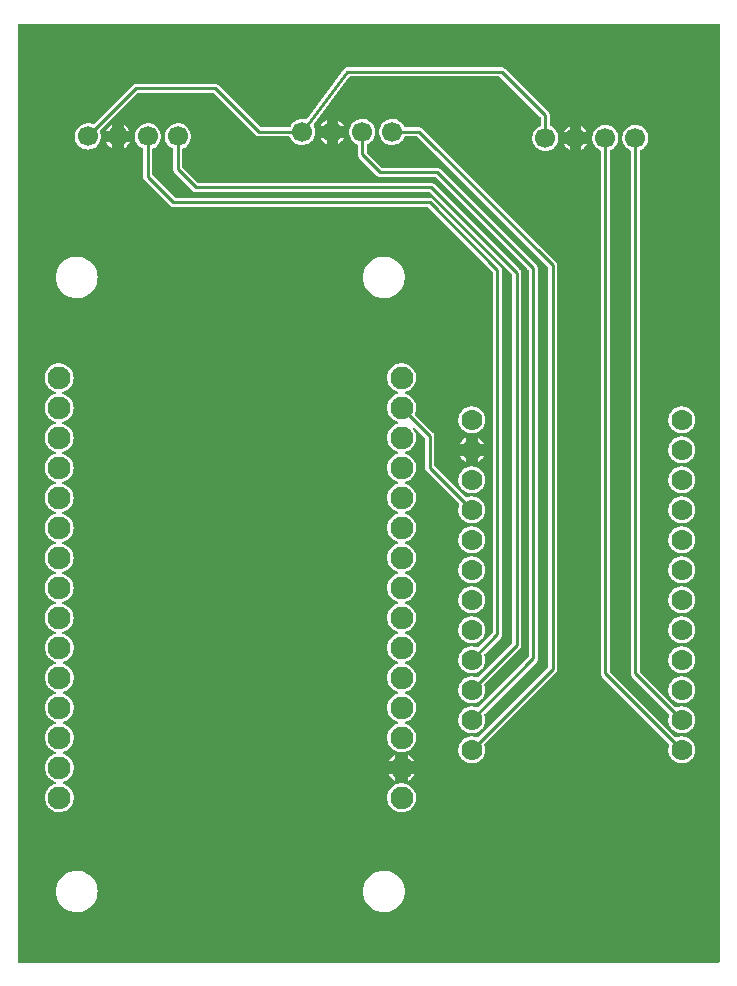
<source format=gtl>
G04 Layer: TopLayer*
G04 EasyEDA v6.5.5, 2023-03-20 10:36:03*
G04 9b540237bf8445d7845913a8156beade,10*
G04 Gerber Generator version 0.2*
G04 Scale: 100 percent, Rotated: No, Reflected: No *
G04 Dimensions in millimeters *
G04 leading zeros omitted , absolute positions ,4 integer and 5 decimal *
%FSLAX45Y45*%
%MOMM*%

%ADD10C,0.2540*%
%ADD11C,1.7000*%
%ADD12C,1.9304*%
%ADD13C,1.7780*%

%LPD*%
G36*
X736092Y2225903D02*
G01*
X732180Y2226665D01*
X728878Y2228900D01*
X726694Y2232152D01*
X725932Y2236063D01*
X725932Y10163911D01*
X726694Y10167823D01*
X728878Y10171074D01*
X732180Y10173309D01*
X736092Y10174071D01*
X6663944Y10174071D01*
X6667804Y10173309D01*
X6671106Y10171074D01*
X6673291Y10167823D01*
X6674103Y10163911D01*
X6674103Y2236063D01*
X6673291Y2232152D01*
X6671106Y2228900D01*
X6667804Y2226665D01*
X6663944Y2225903D01*
G37*

%LPC*%
G36*
X6342786Y5943346D02*
G01*
X6357213Y5943346D01*
X6371488Y5945124D01*
X6385458Y5948730D01*
X6398869Y5954014D01*
X6411518Y5960973D01*
X6423152Y5969457D01*
X6433667Y5979312D01*
X6442862Y5990437D01*
X6450584Y6002578D01*
X6456730Y6015634D01*
X6461201Y6029350D01*
X6463893Y6043523D01*
X6464808Y6057900D01*
X6463893Y6072276D01*
X6461201Y6086449D01*
X6456730Y6100165D01*
X6450584Y6113221D01*
X6442862Y6125362D01*
X6433667Y6136487D01*
X6423152Y6146342D01*
X6411518Y6154826D01*
X6398869Y6161786D01*
X6385458Y6167069D01*
X6371488Y6170676D01*
X6357213Y6172454D01*
X6342786Y6172454D01*
X6328511Y6170676D01*
X6314541Y6167069D01*
X6301130Y6161786D01*
X6288481Y6154826D01*
X6276848Y6146342D01*
X6266332Y6136487D01*
X6257137Y6125362D01*
X6249416Y6113221D01*
X6243269Y6100165D01*
X6238798Y6086449D01*
X6236106Y6072276D01*
X6235192Y6057900D01*
X6236106Y6043523D01*
X6238798Y6029350D01*
X6243269Y6015634D01*
X6249416Y6002578D01*
X6257137Y5990437D01*
X6266332Y5979312D01*
X6276848Y5969457D01*
X6288481Y5960973D01*
X6301130Y5954014D01*
X6314541Y5948730D01*
X6328511Y5945124D01*
G37*
G36*
X3831640Y2651455D02*
G01*
X3849674Y2652877D01*
X3867505Y2656128D01*
X3884879Y2661158D01*
X3901643Y2668016D01*
X3917645Y2676499D01*
X3932682Y2686608D01*
X3946550Y2698191D01*
X3959199Y2711196D01*
X3970477Y2725369D01*
X3980179Y2740660D01*
X3988257Y2756865D01*
X3994658Y2773832D01*
X3999280Y2791307D01*
X4002074Y2809189D01*
X4002989Y2827274D01*
X4002074Y2845409D01*
X3999280Y2863291D01*
X3994658Y2880766D01*
X3988257Y2897733D01*
X3980179Y2913938D01*
X3970477Y2929229D01*
X3959199Y2943402D01*
X3946550Y2956407D01*
X3932682Y2967990D01*
X3917645Y2978099D01*
X3901643Y2986582D01*
X3884879Y2993440D01*
X3867505Y2998470D01*
X3849674Y3001721D01*
X3831640Y3003143D01*
X3813505Y3002686D01*
X3795572Y3000349D01*
X3777945Y2996184D01*
X3760825Y2990240D01*
X3744417Y2982569D01*
X3728923Y2973222D01*
X3714394Y2962351D01*
X3701135Y2950057D01*
X3689146Y2936443D01*
X3678682Y2921711D01*
X3669741Y2905963D01*
X3662527Y2889351D01*
X3656990Y2872079D01*
X3653282Y2854350D01*
X3651453Y2836367D01*
X3651453Y2818231D01*
X3653282Y2800248D01*
X3656990Y2782519D01*
X3662527Y2765247D01*
X3669741Y2748635D01*
X3678682Y2732887D01*
X3689146Y2718155D01*
X3701135Y2704541D01*
X3714394Y2692247D01*
X3728923Y2681376D01*
X3744417Y2672029D01*
X3760825Y2664358D01*
X3777945Y2658414D01*
X3795572Y2654249D01*
X3813505Y2651912D01*
G37*
G36*
X3973322Y3498951D02*
G01*
X3988409Y3499408D01*
X4003294Y3501745D01*
X4017772Y3505860D01*
X4031640Y3511702D01*
X4044696Y3519271D01*
X4056735Y3528364D01*
X4067556Y3538829D01*
X4077004Y3550564D01*
X4084929Y3563365D01*
X4091228Y3577082D01*
X4095800Y3591458D01*
X4098594Y3606241D01*
X4099509Y3621278D01*
X4098594Y3636365D01*
X4095800Y3651148D01*
X4091228Y3665524D01*
X4084929Y3679190D01*
X4077004Y3692042D01*
X4067556Y3703777D01*
X4056735Y3714242D01*
X4044696Y3723335D01*
X4031640Y3730853D01*
X4017772Y3736746D01*
X4003294Y3740861D01*
X3988409Y3743198D01*
X3973322Y3743655D01*
X3958336Y3742283D01*
X3943604Y3739032D01*
X3929379Y3734003D01*
X3915867Y3727297D01*
X3903319Y3718966D01*
X3891889Y3709162D01*
X3881729Y3698036D01*
X3873042Y3685743D01*
X3865879Y3672484D01*
X3860444Y3658412D01*
X3856786Y3643782D01*
X3854907Y3628847D01*
X3854907Y3613759D01*
X3856786Y3598824D01*
X3860444Y3584194D01*
X3865879Y3570122D01*
X3873042Y3556863D01*
X3881729Y3544570D01*
X3891889Y3533444D01*
X3903319Y3523589D01*
X3915867Y3515309D01*
X3929379Y3508552D01*
X3943604Y3503574D01*
X3958336Y3500323D01*
G37*
G36*
X1075740Y3498951D02*
G01*
X1090777Y3499408D01*
X1105662Y3501745D01*
X1120190Y3505860D01*
X1134059Y3511702D01*
X1147114Y3519271D01*
X1159154Y3528364D01*
X1169974Y3538829D01*
X1179423Y3550564D01*
X1187348Y3563365D01*
X1193647Y3577082D01*
X1198219Y3591458D01*
X1200962Y3606241D01*
X1201928Y3621278D01*
X1200962Y3636365D01*
X1198219Y3651148D01*
X1193647Y3665524D01*
X1187348Y3679190D01*
X1179423Y3692042D01*
X1169974Y3703777D01*
X1159154Y3714242D01*
X1147114Y3723335D01*
X1134059Y3730853D01*
X1120190Y3736746D01*
X1113942Y3738524D01*
X1110081Y3740607D01*
X1107490Y3744061D01*
X1106576Y3748278D01*
X1107490Y3752545D01*
X1110081Y3755999D01*
X1113942Y3758082D01*
X1120190Y3759860D01*
X1134059Y3765702D01*
X1147114Y3773271D01*
X1159154Y3782364D01*
X1169974Y3792829D01*
X1179423Y3804564D01*
X1187348Y3817365D01*
X1193647Y3831082D01*
X1198219Y3845458D01*
X1200962Y3860241D01*
X1201928Y3875278D01*
X1200962Y3890365D01*
X1198219Y3905148D01*
X1193647Y3919524D01*
X1187348Y3933190D01*
X1179423Y3946042D01*
X1169974Y3957777D01*
X1159154Y3968242D01*
X1147114Y3977335D01*
X1134059Y3984853D01*
X1120190Y3990746D01*
X1113942Y3992524D01*
X1110132Y3994556D01*
X1107490Y3998061D01*
X1106576Y4002278D01*
X1107490Y4006545D01*
X1110132Y4009999D01*
X1113942Y4012082D01*
X1120190Y4013860D01*
X1134059Y4019702D01*
X1147114Y4027271D01*
X1159154Y4036314D01*
X1169974Y4046829D01*
X1179423Y4058564D01*
X1187348Y4071365D01*
X1193647Y4085082D01*
X1198219Y4099458D01*
X1200962Y4114241D01*
X1201928Y4129278D01*
X1200962Y4144314D01*
X1198219Y4159148D01*
X1193647Y4173524D01*
X1187348Y4187190D01*
X1179423Y4200042D01*
X1169974Y4211777D01*
X1159154Y4222242D01*
X1147114Y4231335D01*
X1134059Y4238853D01*
X1120190Y4244746D01*
X1113942Y4246524D01*
X1110081Y4248556D01*
X1107490Y4252061D01*
X1106576Y4256278D01*
X1107490Y4260545D01*
X1110081Y4263999D01*
X1113942Y4266082D01*
X1120190Y4267860D01*
X1134059Y4273702D01*
X1147114Y4281271D01*
X1159154Y4290314D01*
X1169974Y4300829D01*
X1179423Y4312564D01*
X1187348Y4325366D01*
X1193647Y4339082D01*
X1198219Y4353458D01*
X1200962Y4368241D01*
X1201928Y4383278D01*
X1200962Y4398314D01*
X1198219Y4413148D01*
X1193647Y4427524D01*
X1187348Y4441190D01*
X1179423Y4454042D01*
X1169974Y4465777D01*
X1159154Y4476242D01*
X1147114Y4485335D01*
X1134059Y4492853D01*
X1120190Y4498746D01*
X1113942Y4500524D01*
X1110081Y4502556D01*
X1107490Y4506061D01*
X1106576Y4510278D01*
X1107490Y4514545D01*
X1110081Y4517999D01*
X1113942Y4520082D01*
X1120190Y4521860D01*
X1134059Y4527702D01*
X1147114Y4535271D01*
X1159154Y4544314D01*
X1169974Y4554829D01*
X1179423Y4566564D01*
X1187348Y4579366D01*
X1193647Y4593082D01*
X1198219Y4607458D01*
X1200962Y4622241D01*
X1201928Y4637278D01*
X1200962Y4652314D01*
X1198219Y4667148D01*
X1193647Y4681524D01*
X1187348Y4695190D01*
X1179423Y4708042D01*
X1169974Y4719777D01*
X1159154Y4730242D01*
X1147114Y4739335D01*
X1134059Y4746853D01*
X1120190Y4752746D01*
X1113942Y4754524D01*
X1110081Y4756556D01*
X1107490Y4760061D01*
X1106576Y4764278D01*
X1107490Y4768545D01*
X1110081Y4771999D01*
X1113942Y4774082D01*
X1120190Y4775860D01*
X1134059Y4781702D01*
X1147114Y4789271D01*
X1159154Y4798314D01*
X1169974Y4808829D01*
X1179423Y4820564D01*
X1187348Y4833366D01*
X1193647Y4847082D01*
X1198219Y4861458D01*
X1200962Y4876241D01*
X1201928Y4891278D01*
X1200962Y4906314D01*
X1198219Y4921148D01*
X1193647Y4935524D01*
X1187348Y4949190D01*
X1179423Y4962042D01*
X1169974Y4973777D01*
X1159154Y4984242D01*
X1147114Y4993335D01*
X1134059Y5000853D01*
X1120190Y5006746D01*
X1112723Y5008880D01*
X1108913Y5010912D01*
X1106271Y5014366D01*
X1105357Y5018633D01*
X1106271Y5022900D01*
X1108913Y5026355D01*
X1112723Y5028387D01*
X1117803Y5029860D01*
X1131671Y5035702D01*
X1144727Y5043271D01*
X1156716Y5052314D01*
X1167536Y5062829D01*
X1176985Y5074564D01*
X1184960Y5087366D01*
X1191260Y5101082D01*
X1195832Y5115458D01*
X1198575Y5130241D01*
X1199489Y5145278D01*
X1198575Y5160314D01*
X1195832Y5175148D01*
X1191260Y5189524D01*
X1184960Y5203190D01*
X1176985Y5216042D01*
X1167536Y5227777D01*
X1156716Y5238242D01*
X1144727Y5247335D01*
X1131671Y5254853D01*
X1117803Y5260746D01*
X1111554Y5262524D01*
X1107694Y5264556D01*
X1105103Y5268061D01*
X1104138Y5272278D01*
X1105103Y5276545D01*
X1107694Y5279999D01*
X1111554Y5282082D01*
X1117803Y5283860D01*
X1131671Y5289702D01*
X1144727Y5297271D01*
X1156716Y5306314D01*
X1167536Y5316829D01*
X1176985Y5328564D01*
X1184960Y5341366D01*
X1191260Y5355082D01*
X1195832Y5369458D01*
X1198575Y5384241D01*
X1199489Y5399278D01*
X1198575Y5414314D01*
X1195832Y5429148D01*
X1191260Y5443524D01*
X1184960Y5457190D01*
X1176985Y5470042D01*
X1167536Y5481777D01*
X1156716Y5492242D01*
X1144727Y5501335D01*
X1131671Y5508853D01*
X1117803Y5514746D01*
X1111554Y5516524D01*
X1107694Y5518556D01*
X1105103Y5522061D01*
X1104138Y5526278D01*
X1105103Y5530545D01*
X1107694Y5533999D01*
X1111554Y5536082D01*
X1117803Y5537860D01*
X1131671Y5543702D01*
X1144727Y5551271D01*
X1156716Y5560314D01*
X1167536Y5570829D01*
X1176985Y5582564D01*
X1184960Y5595366D01*
X1191260Y5609082D01*
X1195832Y5623458D01*
X1198575Y5638241D01*
X1199489Y5653278D01*
X1198575Y5668314D01*
X1195832Y5683148D01*
X1191260Y5697524D01*
X1184960Y5711190D01*
X1176985Y5724042D01*
X1167536Y5735777D01*
X1156716Y5746242D01*
X1144727Y5755335D01*
X1131671Y5762853D01*
X1117803Y5768746D01*
X1111554Y5770524D01*
X1107694Y5772556D01*
X1105103Y5776061D01*
X1104138Y5780278D01*
X1105103Y5784545D01*
X1107694Y5787999D01*
X1111554Y5790082D01*
X1117803Y5791860D01*
X1131671Y5797702D01*
X1144727Y5805271D01*
X1156716Y5814314D01*
X1167536Y5824829D01*
X1176985Y5836564D01*
X1184960Y5849366D01*
X1191260Y5863082D01*
X1195832Y5877458D01*
X1198575Y5892241D01*
X1199489Y5907278D01*
X1198575Y5922314D01*
X1195832Y5937148D01*
X1191260Y5951524D01*
X1184960Y5965190D01*
X1176985Y5978042D01*
X1167536Y5989777D01*
X1156716Y6000242D01*
X1144727Y6009335D01*
X1131671Y6016853D01*
X1117803Y6022746D01*
X1111554Y6024524D01*
X1107694Y6026556D01*
X1105103Y6030061D01*
X1104138Y6034278D01*
X1105103Y6038545D01*
X1107694Y6041999D01*
X1111554Y6044082D01*
X1117803Y6045860D01*
X1131671Y6051702D01*
X1144727Y6059271D01*
X1156716Y6068314D01*
X1167536Y6078829D01*
X1176985Y6090564D01*
X1184960Y6103366D01*
X1191260Y6117082D01*
X1195832Y6131458D01*
X1198575Y6146241D01*
X1199489Y6161278D01*
X1198575Y6176314D01*
X1195832Y6191148D01*
X1191260Y6205524D01*
X1184960Y6219190D01*
X1176985Y6232042D01*
X1167536Y6243777D01*
X1156716Y6254242D01*
X1144727Y6263335D01*
X1131671Y6270853D01*
X1117803Y6276746D01*
X1111554Y6278524D01*
X1107694Y6280556D01*
X1105103Y6284061D01*
X1104138Y6288278D01*
X1105103Y6292545D01*
X1107694Y6295999D01*
X1111554Y6298082D01*
X1117803Y6299860D01*
X1131671Y6305702D01*
X1144727Y6313271D01*
X1156716Y6322314D01*
X1167536Y6332829D01*
X1176985Y6344564D01*
X1184960Y6357366D01*
X1191260Y6371082D01*
X1195832Y6385458D01*
X1198575Y6400241D01*
X1199489Y6415278D01*
X1198575Y6430314D01*
X1195832Y6445148D01*
X1191260Y6459524D01*
X1184960Y6473190D01*
X1176985Y6486042D01*
X1167536Y6497777D01*
X1156716Y6508242D01*
X1144727Y6517335D01*
X1131671Y6524853D01*
X1117803Y6530746D01*
X1111554Y6532524D01*
X1107694Y6534556D01*
X1105103Y6538061D01*
X1104138Y6542278D01*
X1105103Y6546545D01*
X1107694Y6549999D01*
X1111554Y6552082D01*
X1117803Y6553860D01*
X1131671Y6559702D01*
X1144727Y6567271D01*
X1156716Y6576314D01*
X1167536Y6586829D01*
X1176985Y6598564D01*
X1184960Y6611366D01*
X1191260Y6625081D01*
X1195832Y6639458D01*
X1198575Y6654241D01*
X1199489Y6669278D01*
X1198575Y6684314D01*
X1195832Y6699148D01*
X1191260Y6713524D01*
X1184960Y6727190D01*
X1176985Y6739991D01*
X1167536Y6751777D01*
X1156716Y6762242D01*
X1144727Y6771335D01*
X1131671Y6778853D01*
X1117803Y6784746D01*
X1111554Y6786524D01*
X1107694Y6788556D01*
X1105103Y6792061D01*
X1104138Y6796278D01*
X1105103Y6800545D01*
X1107694Y6803999D01*
X1111554Y6806082D01*
X1117803Y6807860D01*
X1131671Y6813702D01*
X1144727Y6821271D01*
X1156716Y6830314D01*
X1167536Y6840829D01*
X1176985Y6852564D01*
X1184960Y6865366D01*
X1191260Y6879081D01*
X1195832Y6893458D01*
X1198575Y6908241D01*
X1199489Y6923278D01*
X1198575Y6938314D01*
X1195832Y6953148D01*
X1191260Y6967524D01*
X1184960Y6981190D01*
X1176985Y6993991D01*
X1167536Y7005777D01*
X1156716Y7016242D01*
X1144727Y7025335D01*
X1131671Y7032853D01*
X1117803Y7038746D01*
X1111554Y7040524D01*
X1107694Y7042556D01*
X1105103Y7046061D01*
X1104138Y7050278D01*
X1105103Y7054545D01*
X1107694Y7057999D01*
X1111554Y7060082D01*
X1117803Y7061860D01*
X1131671Y7067702D01*
X1144727Y7075271D01*
X1156716Y7084314D01*
X1167536Y7094829D01*
X1176985Y7106564D01*
X1184960Y7119366D01*
X1191260Y7133081D01*
X1195832Y7147458D01*
X1198575Y7162241D01*
X1199489Y7177278D01*
X1198575Y7192314D01*
X1195832Y7207148D01*
X1191260Y7221524D01*
X1184960Y7235190D01*
X1176985Y7247991D01*
X1167536Y7259777D01*
X1156716Y7270242D01*
X1144727Y7279335D01*
X1131671Y7286853D01*
X1117803Y7292746D01*
X1103274Y7296861D01*
X1088390Y7299198D01*
X1073353Y7299655D01*
X1058316Y7298232D01*
X1043584Y7295032D01*
X1029411Y7290003D01*
X1015898Y7283297D01*
X1003350Y7274966D01*
X991869Y7265162D01*
X981710Y7254036D01*
X973023Y7241743D01*
X965911Y7228433D01*
X960475Y7214412D01*
X956767Y7199782D01*
X954938Y7184847D01*
X954938Y7169759D01*
X956767Y7154773D01*
X960475Y7140194D01*
X965911Y7126122D01*
X973023Y7112863D01*
X981710Y7100570D01*
X991869Y7089394D01*
X1003350Y7079589D01*
X1015898Y7071258D01*
X1029411Y7064552D01*
X1042720Y7059879D01*
X1046226Y7057745D01*
X1048613Y7054342D01*
X1049477Y7050278D01*
X1048613Y7046214D01*
X1046226Y7042861D01*
X1042720Y7040727D01*
X1029411Y7036003D01*
X1015898Y7029297D01*
X1003350Y7020966D01*
X991869Y7011162D01*
X981710Y7000036D01*
X973023Y6987743D01*
X965911Y6974433D01*
X960475Y6960412D01*
X956767Y6945782D01*
X954938Y6930847D01*
X954938Y6915759D01*
X956767Y6900773D01*
X960475Y6886194D01*
X965911Y6872122D01*
X973023Y6858863D01*
X981710Y6846570D01*
X991869Y6835394D01*
X1003350Y6825589D01*
X1015898Y6817258D01*
X1029411Y6810552D01*
X1042720Y6805879D01*
X1046226Y6803745D01*
X1048613Y6800342D01*
X1049477Y6796278D01*
X1048613Y6792214D01*
X1046226Y6788861D01*
X1042720Y6786727D01*
X1029411Y6782003D01*
X1015898Y6775297D01*
X1003350Y6766966D01*
X991869Y6757162D01*
X981710Y6746036D01*
X973023Y6733743D01*
X965911Y6720433D01*
X960475Y6706412D01*
X956767Y6691782D01*
X954938Y6676847D01*
X954938Y6661759D01*
X956767Y6646773D01*
X960475Y6632194D01*
X965911Y6618122D01*
X973023Y6604863D01*
X981710Y6592570D01*
X991869Y6581394D01*
X1003350Y6571589D01*
X1015898Y6563258D01*
X1029411Y6556552D01*
X1042669Y6551879D01*
X1046226Y6549745D01*
X1048613Y6546342D01*
X1049477Y6542278D01*
X1048613Y6538214D01*
X1046226Y6534861D01*
X1042669Y6532727D01*
X1029411Y6528003D01*
X1015898Y6521297D01*
X1003350Y6512966D01*
X991869Y6503162D01*
X981710Y6492036D01*
X973023Y6479743D01*
X965911Y6466433D01*
X960475Y6452412D01*
X956767Y6437782D01*
X954938Y6422847D01*
X954938Y6407759D01*
X956767Y6392824D01*
X960475Y6378194D01*
X965911Y6364122D01*
X973023Y6350863D01*
X981710Y6338570D01*
X991869Y6327394D01*
X1003350Y6317589D01*
X1015898Y6309309D01*
X1029411Y6302552D01*
X1042720Y6297879D01*
X1046226Y6295745D01*
X1048613Y6292342D01*
X1049477Y6288278D01*
X1048613Y6284214D01*
X1046226Y6280861D01*
X1042720Y6278727D01*
X1029411Y6274003D01*
X1015898Y6267297D01*
X1003350Y6258966D01*
X991869Y6249162D01*
X981710Y6238036D01*
X973023Y6225743D01*
X965911Y6212433D01*
X960475Y6198412D01*
X956767Y6183782D01*
X954938Y6168847D01*
X954938Y6153759D01*
X956767Y6138824D01*
X960475Y6124194D01*
X965911Y6110122D01*
X973023Y6096863D01*
X981710Y6084570D01*
X991869Y6073394D01*
X1003350Y6063589D01*
X1015898Y6055309D01*
X1029411Y6048552D01*
X1042720Y6043879D01*
X1046226Y6041745D01*
X1048613Y6038342D01*
X1049477Y6034278D01*
X1048613Y6030214D01*
X1046226Y6026861D01*
X1042720Y6024727D01*
X1029411Y6020003D01*
X1015898Y6013297D01*
X1003350Y6004966D01*
X991869Y5995162D01*
X981710Y5984036D01*
X973023Y5971743D01*
X965911Y5958433D01*
X960475Y5944412D01*
X956767Y5929782D01*
X954938Y5914847D01*
X954938Y5899759D01*
X956767Y5884824D01*
X960475Y5870194D01*
X965911Y5856122D01*
X973023Y5842863D01*
X981710Y5830570D01*
X991869Y5819394D01*
X1003350Y5809589D01*
X1015898Y5801309D01*
X1029411Y5794552D01*
X1042720Y5789879D01*
X1046226Y5787745D01*
X1048613Y5784342D01*
X1049477Y5780278D01*
X1048613Y5776214D01*
X1046226Y5772861D01*
X1042720Y5770727D01*
X1029411Y5766003D01*
X1015898Y5759297D01*
X1003350Y5750966D01*
X991869Y5741162D01*
X981710Y5730036D01*
X973023Y5717743D01*
X965911Y5704433D01*
X960475Y5690412D01*
X956767Y5675782D01*
X954938Y5660847D01*
X954938Y5645759D01*
X956767Y5630824D01*
X960475Y5616194D01*
X965911Y5602122D01*
X973023Y5588863D01*
X981710Y5576570D01*
X991869Y5565394D01*
X1003350Y5555589D01*
X1015898Y5547309D01*
X1029411Y5540552D01*
X1042720Y5535879D01*
X1046226Y5533745D01*
X1048613Y5530342D01*
X1049477Y5526278D01*
X1048613Y5522214D01*
X1046226Y5518861D01*
X1042720Y5516727D01*
X1029411Y5512003D01*
X1015898Y5505297D01*
X1003350Y5496966D01*
X991869Y5487162D01*
X981710Y5476036D01*
X973023Y5463743D01*
X965911Y5450433D01*
X960475Y5436412D01*
X956767Y5421782D01*
X954938Y5406847D01*
X954938Y5391759D01*
X956767Y5376824D01*
X960475Y5362194D01*
X965911Y5348122D01*
X973023Y5334863D01*
X981710Y5322570D01*
X991869Y5311394D01*
X1003350Y5301589D01*
X1015898Y5293309D01*
X1029411Y5286552D01*
X1042669Y5281879D01*
X1046226Y5279745D01*
X1048613Y5276342D01*
X1049477Y5272278D01*
X1048613Y5268214D01*
X1046226Y5264861D01*
X1042669Y5262727D01*
X1029411Y5258003D01*
X1015898Y5251297D01*
X1003350Y5242966D01*
X991869Y5233162D01*
X981710Y5222036D01*
X973023Y5209743D01*
X965911Y5196433D01*
X960475Y5182412D01*
X956767Y5167782D01*
X954938Y5152847D01*
X954938Y5137759D01*
X956767Y5122824D01*
X960475Y5108194D01*
X965911Y5094122D01*
X973023Y5080863D01*
X981710Y5068570D01*
X991869Y5057394D01*
X1003350Y5047589D01*
X1015898Y5039309D01*
X1029411Y5032552D01*
X1043889Y5027472D01*
X1047445Y5025288D01*
X1049832Y5021935D01*
X1050696Y5017871D01*
X1049832Y5013807D01*
X1047445Y5010454D01*
X1043889Y5008270D01*
X1031798Y5004003D01*
X1018286Y4997297D01*
X1005738Y4988966D01*
X994308Y4979162D01*
X984148Y4968036D01*
X975410Y4955743D01*
X968298Y4942433D01*
X962863Y4928412D01*
X959154Y4913782D01*
X957326Y4898847D01*
X957326Y4883759D01*
X959154Y4868824D01*
X962863Y4854194D01*
X968298Y4840122D01*
X975410Y4826863D01*
X984148Y4814570D01*
X994308Y4803394D01*
X1005738Y4793589D01*
X1018286Y4785309D01*
X1031798Y4778552D01*
X1045108Y4773879D01*
X1048664Y4771745D01*
X1051052Y4768342D01*
X1051864Y4764278D01*
X1051052Y4760264D01*
X1048664Y4756861D01*
X1045108Y4754727D01*
X1031798Y4750003D01*
X1018286Y4743297D01*
X1005738Y4734966D01*
X994308Y4725162D01*
X984148Y4714036D01*
X975410Y4701743D01*
X968298Y4688433D01*
X962863Y4674412D01*
X959154Y4659782D01*
X957326Y4644847D01*
X957326Y4629759D01*
X959154Y4614824D01*
X962863Y4600194D01*
X968298Y4586122D01*
X975410Y4572863D01*
X984148Y4560570D01*
X994308Y4549394D01*
X1005738Y4539589D01*
X1018286Y4531309D01*
X1031798Y4524552D01*
X1045108Y4519879D01*
X1048664Y4517745D01*
X1051052Y4514342D01*
X1051864Y4510278D01*
X1051052Y4506264D01*
X1048664Y4502861D01*
X1045108Y4500727D01*
X1031798Y4496003D01*
X1018286Y4489297D01*
X1005738Y4480966D01*
X994308Y4471162D01*
X984148Y4460036D01*
X975410Y4447743D01*
X968298Y4434433D01*
X962863Y4420412D01*
X959154Y4405782D01*
X957326Y4390847D01*
X957326Y4375759D01*
X959154Y4360824D01*
X962863Y4346194D01*
X968298Y4332122D01*
X975410Y4318863D01*
X984148Y4306570D01*
X994308Y4295394D01*
X1005738Y4285589D01*
X1018286Y4277309D01*
X1031798Y4270552D01*
X1045108Y4265879D01*
X1048664Y4263745D01*
X1051052Y4260342D01*
X1051864Y4256278D01*
X1051052Y4252264D01*
X1048664Y4248861D01*
X1045108Y4246727D01*
X1031798Y4242003D01*
X1018286Y4235297D01*
X1005738Y4226966D01*
X994308Y4217162D01*
X984148Y4206036D01*
X975410Y4193743D01*
X968298Y4180433D01*
X962863Y4166412D01*
X959154Y4151782D01*
X957326Y4136847D01*
X957326Y4121759D01*
X959154Y4106824D01*
X962863Y4092194D01*
X968298Y4078122D01*
X975410Y4064863D01*
X984148Y4052570D01*
X994308Y4041394D01*
X1005738Y4031589D01*
X1018286Y4023309D01*
X1031798Y4016552D01*
X1045108Y4011879D01*
X1048664Y4009745D01*
X1051052Y4006342D01*
X1051864Y4002278D01*
X1051052Y3998264D01*
X1048664Y3994861D01*
X1045108Y3992727D01*
X1031798Y3988003D01*
X1018286Y3981297D01*
X1005738Y3972966D01*
X994308Y3963162D01*
X984148Y3952036D01*
X975410Y3939743D01*
X968298Y3926484D01*
X962863Y3912412D01*
X959154Y3897782D01*
X957326Y3882847D01*
X957326Y3867759D01*
X959154Y3852824D01*
X962863Y3838194D01*
X968298Y3824122D01*
X975410Y3810863D01*
X984148Y3798570D01*
X994308Y3787444D01*
X1005738Y3777589D01*
X1018286Y3769309D01*
X1031798Y3762552D01*
X1045108Y3757879D01*
X1048664Y3755745D01*
X1051052Y3752342D01*
X1051864Y3748278D01*
X1051052Y3744264D01*
X1048664Y3740861D01*
X1045108Y3738727D01*
X1031798Y3734003D01*
X1018286Y3727297D01*
X1005738Y3718966D01*
X994308Y3709162D01*
X984148Y3698036D01*
X975410Y3685743D01*
X968298Y3672484D01*
X962863Y3658412D01*
X959154Y3643782D01*
X957326Y3628847D01*
X957326Y3613759D01*
X959154Y3598824D01*
X962863Y3584194D01*
X968298Y3570122D01*
X975410Y3556863D01*
X984148Y3544570D01*
X994308Y3533444D01*
X1005738Y3523589D01*
X1018286Y3515309D01*
X1031798Y3508552D01*
X1046022Y3503574D01*
X1060704Y3500323D01*
G37*
G36*
X4031691Y3765753D02*
G01*
X4044696Y3773271D01*
X4056735Y3782364D01*
X4067556Y3792829D01*
X4077004Y3804564D01*
X4084929Y3817365D01*
X4086453Y3820668D01*
X4031691Y3820668D01*
G37*
G36*
X3922471Y3766007D02*
G01*
X3922471Y3820668D01*
X3867759Y3820668D01*
X3873042Y3810863D01*
X3881729Y3798570D01*
X3891889Y3787444D01*
X3903319Y3777589D01*
X3915867Y3769309D01*
G37*
G36*
X6342786Y3911346D02*
G01*
X6357213Y3911346D01*
X6371488Y3913124D01*
X6385458Y3916730D01*
X6398869Y3922014D01*
X6411518Y3928973D01*
X6423152Y3937457D01*
X6433667Y3947312D01*
X6442862Y3958437D01*
X6450584Y3970578D01*
X6456730Y3983634D01*
X6461201Y3997350D01*
X6463893Y4011523D01*
X6464808Y4025900D01*
X6463893Y4040276D01*
X6461201Y4054449D01*
X6456730Y4068165D01*
X6450584Y4081221D01*
X6442862Y4093362D01*
X6433667Y4104487D01*
X6423152Y4114342D01*
X6411518Y4122826D01*
X6398869Y4129786D01*
X6385458Y4135069D01*
X6371488Y4138676D01*
X6357213Y4140454D01*
X6342786Y4140454D01*
X6328511Y4138676D01*
X6314541Y4135069D01*
X6307074Y4132122D01*
X6303213Y4131411D01*
X6299352Y4132173D01*
X6296152Y4134358D01*
X5743905Y4686604D01*
X5741670Y4689906D01*
X5740908Y4693818D01*
X5740908Y9096959D01*
X5741670Y9100769D01*
X5743752Y9104020D01*
X5746953Y9106255D01*
X5753608Y9109202D01*
X5765749Y9116568D01*
X5776874Y9125407D01*
X5786729Y9135618D01*
X5795213Y9146997D01*
X5802223Y9159392D01*
X5807557Y9172549D01*
X5811164Y9186316D01*
X5812942Y9200388D01*
X5812942Y9214612D01*
X5811164Y9228683D01*
X5807557Y9242450D01*
X5802223Y9255607D01*
X5795213Y9268002D01*
X5786729Y9279382D01*
X5776874Y9289592D01*
X5765749Y9298432D01*
X5753608Y9305798D01*
X5740603Y9311538D01*
X5726988Y9315602D01*
X5712968Y9317888D01*
X5698744Y9318294D01*
X5684621Y9316974D01*
X5670753Y9313773D01*
X5657392Y9308896D01*
X5644794Y9302292D01*
X5633161Y9294164D01*
X5622645Y9284614D01*
X5613450Y9273794D01*
X5605678Y9261906D01*
X5599531Y9249105D01*
X5595061Y9235592D01*
X5592318Y9221673D01*
X5591403Y9207500D01*
X5592318Y9193326D01*
X5595061Y9179356D01*
X5599531Y9165894D01*
X5605678Y9153093D01*
X5613450Y9141155D01*
X5622645Y9130334D01*
X5633161Y9120784D01*
X5644794Y9112656D01*
X5658205Y9105696D01*
X5661101Y9103461D01*
X5663031Y9100312D01*
X5663692Y9096705D01*
X5663692Y4674108D01*
X5664504Y4666081D01*
X5666689Y4658868D01*
X5670245Y4652162D01*
X5675376Y4645964D01*
X6241389Y4079900D01*
X6243624Y4076496D01*
X6244336Y4072432D01*
X6243269Y4068165D01*
X6238798Y4054449D01*
X6236106Y4040276D01*
X6235192Y4025900D01*
X6236106Y4011523D01*
X6238798Y3997350D01*
X6243269Y3983634D01*
X6249416Y3970578D01*
X6257137Y3958437D01*
X6266332Y3947312D01*
X6276848Y3937457D01*
X6288481Y3928973D01*
X6301130Y3922014D01*
X6314541Y3916730D01*
X6328511Y3913124D01*
G37*
G36*
X4564786Y3911346D02*
G01*
X4579213Y3911346D01*
X4593488Y3913124D01*
X4607458Y3916730D01*
X4620869Y3922014D01*
X4633518Y3928973D01*
X4645152Y3937457D01*
X4655667Y3947312D01*
X4664862Y3958437D01*
X4672584Y3970578D01*
X4678730Y3983634D01*
X4683201Y3997350D01*
X4685893Y4011523D01*
X4686808Y4025900D01*
X4685893Y4040276D01*
X4683201Y4054449D01*
X4678629Y4068419D01*
X4677664Y4072432D01*
X4678375Y4076496D01*
X4680610Y4079900D01*
X5284724Y4684064D01*
X5289854Y4690262D01*
X5293410Y4696968D01*
X5295595Y4704181D01*
X5296408Y4712208D01*
X5296408Y8127492D01*
X5295595Y8135518D01*
X5293410Y8142731D01*
X5289854Y8149437D01*
X5284724Y8155635D01*
X4155135Y9285224D01*
X4148937Y9290354D01*
X4142232Y9293910D01*
X4135018Y9296095D01*
X4126992Y9296908D01*
X4009491Y9296908D01*
X4005783Y9297619D01*
X4002582Y9299600D01*
X4000347Y9302648D01*
X3995521Y9312706D01*
X3987749Y9324644D01*
X3978554Y9335465D01*
X3968038Y9345015D01*
X3956354Y9353143D01*
X3943756Y9359696D01*
X3930446Y9364624D01*
X3916578Y9367774D01*
X3902456Y9369145D01*
X3888232Y9368688D01*
X3874211Y9366402D01*
X3860596Y9362389D01*
X3847592Y9356598D01*
X3835450Y9349232D01*
X3824325Y9340392D01*
X3814470Y9330182D01*
X3805936Y9318802D01*
X3798976Y9306407D01*
X3793642Y9293250D01*
X3790035Y9279483D01*
X3788206Y9265412D01*
X3788206Y9251188D01*
X3790035Y9237116D01*
X3793642Y9223349D01*
X3798976Y9210192D01*
X3805936Y9197797D01*
X3814470Y9186418D01*
X3824325Y9176207D01*
X3835450Y9167368D01*
X3847592Y9160002D01*
X3860596Y9154261D01*
X3874211Y9150197D01*
X3888232Y9147911D01*
X3902456Y9147505D01*
X3916578Y9148826D01*
X3930446Y9152026D01*
X3943756Y9156903D01*
X3956354Y9163507D01*
X3968038Y9171635D01*
X3978554Y9181185D01*
X3987749Y9192006D01*
X3995521Y9203893D01*
X4000347Y9213951D01*
X4002582Y9216999D01*
X4005783Y9218980D01*
X4009491Y9219692D01*
X4107281Y9219692D01*
X4111193Y9218930D01*
X4114495Y9216694D01*
X5216194Y8114995D01*
X5218430Y8111693D01*
X5219192Y8107781D01*
X5219192Y4731918D01*
X5218430Y4728006D01*
X5216194Y4724704D01*
X4625848Y4134358D01*
X4622647Y4132173D01*
X4618786Y4131411D01*
X4614926Y4132122D01*
X4607458Y4135069D01*
X4593488Y4138676D01*
X4579213Y4140454D01*
X4564786Y4140454D01*
X4550511Y4138676D01*
X4536541Y4135069D01*
X4523130Y4129786D01*
X4510481Y4122826D01*
X4498848Y4114342D01*
X4488332Y4104487D01*
X4479137Y4093362D01*
X4471416Y4081221D01*
X4465269Y4068165D01*
X4460798Y4054449D01*
X4458106Y4040276D01*
X4457192Y4025900D01*
X4458106Y4011523D01*
X4460798Y3997350D01*
X4465269Y3983634D01*
X4471416Y3970578D01*
X4479137Y3958437D01*
X4488332Y3947312D01*
X4498848Y3937457D01*
X4510481Y3928973D01*
X4523130Y3922014D01*
X4536541Y3916730D01*
X4550511Y3913124D01*
G37*
G36*
X3867759Y3929887D02*
G01*
X3922471Y3929887D01*
X3922471Y3984599D01*
X3915867Y3981297D01*
X3903319Y3972966D01*
X3891889Y3963162D01*
X3881729Y3952036D01*
X3873042Y3939743D01*
G37*
G36*
X4031691Y3929887D02*
G01*
X4086453Y3929887D01*
X4084929Y3933190D01*
X4077004Y3946042D01*
X4067556Y3957777D01*
X4056735Y3968242D01*
X4044696Y3977335D01*
X4031691Y3984853D01*
G37*
G36*
X3973322Y4006951D02*
G01*
X3988409Y4007408D01*
X4003294Y4009745D01*
X4017772Y4013860D01*
X4031640Y4019702D01*
X4044696Y4027271D01*
X4056735Y4036314D01*
X4067556Y4046829D01*
X4077004Y4058564D01*
X4084929Y4071365D01*
X4091228Y4085082D01*
X4095800Y4099458D01*
X4098594Y4114241D01*
X4099509Y4129278D01*
X4098594Y4144314D01*
X4095800Y4159148D01*
X4091228Y4173524D01*
X4084929Y4187190D01*
X4077004Y4200042D01*
X4067556Y4211777D01*
X4056735Y4222242D01*
X4044696Y4231335D01*
X4031640Y4238853D01*
X4017772Y4244746D01*
X4011523Y4246524D01*
X4007713Y4248556D01*
X4005072Y4252061D01*
X4004157Y4256278D01*
X4005072Y4260545D01*
X4007713Y4263999D01*
X4011523Y4266082D01*
X4017772Y4267860D01*
X4031640Y4273702D01*
X4044696Y4281271D01*
X4056735Y4290314D01*
X4067556Y4300829D01*
X4077004Y4312564D01*
X4084929Y4325366D01*
X4091228Y4339082D01*
X4095800Y4353458D01*
X4098594Y4368241D01*
X4099509Y4383278D01*
X4098594Y4398314D01*
X4095800Y4413148D01*
X4091228Y4427524D01*
X4084929Y4441190D01*
X4077004Y4454042D01*
X4067556Y4465777D01*
X4056735Y4476242D01*
X4044696Y4485335D01*
X4031640Y4492853D01*
X4017772Y4498746D01*
X4011523Y4500524D01*
X4007713Y4502556D01*
X4005072Y4506061D01*
X4004157Y4510278D01*
X4005072Y4514545D01*
X4007713Y4517999D01*
X4011523Y4520082D01*
X4017772Y4521860D01*
X4031640Y4527702D01*
X4044696Y4535271D01*
X4056735Y4544314D01*
X4067556Y4554829D01*
X4077004Y4566564D01*
X4084929Y4579366D01*
X4091228Y4593082D01*
X4095800Y4607458D01*
X4098594Y4622241D01*
X4099509Y4637278D01*
X4098594Y4652314D01*
X4095800Y4667148D01*
X4091228Y4681524D01*
X4084929Y4695190D01*
X4077004Y4708042D01*
X4067556Y4719777D01*
X4056735Y4730242D01*
X4044696Y4739335D01*
X4031640Y4746853D01*
X4017772Y4752746D01*
X4011523Y4754524D01*
X4007713Y4756556D01*
X4005072Y4760061D01*
X4004157Y4764278D01*
X4005072Y4768545D01*
X4007713Y4771999D01*
X4011523Y4774082D01*
X4017772Y4775860D01*
X4031640Y4781702D01*
X4044696Y4789271D01*
X4056735Y4798314D01*
X4067556Y4808829D01*
X4077004Y4820564D01*
X4084929Y4833366D01*
X4091228Y4847082D01*
X4095800Y4861458D01*
X4098594Y4876241D01*
X4099509Y4891278D01*
X4098594Y4906314D01*
X4095800Y4921148D01*
X4091228Y4935524D01*
X4084929Y4949190D01*
X4077004Y4962042D01*
X4067556Y4973777D01*
X4056735Y4984242D01*
X4044696Y4993335D01*
X4031640Y5000853D01*
X4017772Y5006746D01*
X4011523Y5008524D01*
X4007713Y5010556D01*
X4005072Y5014061D01*
X4004157Y5018278D01*
X4005072Y5022545D01*
X4007713Y5025999D01*
X4011523Y5028082D01*
X4017772Y5029860D01*
X4031640Y5035702D01*
X4044696Y5043271D01*
X4056735Y5052314D01*
X4067556Y5062829D01*
X4077004Y5074564D01*
X4084929Y5087366D01*
X4091228Y5101082D01*
X4095800Y5115458D01*
X4098594Y5130241D01*
X4099509Y5145278D01*
X4098594Y5160314D01*
X4095800Y5175148D01*
X4091228Y5189524D01*
X4084929Y5203190D01*
X4077004Y5216042D01*
X4067556Y5227777D01*
X4056735Y5238242D01*
X4044696Y5247335D01*
X4031640Y5254853D01*
X4017772Y5260746D01*
X4011523Y5262524D01*
X4007713Y5264556D01*
X4005072Y5268061D01*
X4004157Y5272278D01*
X4005072Y5276545D01*
X4007713Y5279999D01*
X4011523Y5282082D01*
X4017772Y5283860D01*
X4031640Y5289702D01*
X4044696Y5297271D01*
X4056735Y5306314D01*
X4067556Y5316829D01*
X4077004Y5328564D01*
X4084929Y5341366D01*
X4091228Y5355082D01*
X4095800Y5369458D01*
X4098594Y5384241D01*
X4099509Y5399278D01*
X4098594Y5414314D01*
X4095800Y5429148D01*
X4091228Y5443524D01*
X4084929Y5457190D01*
X4077004Y5470042D01*
X4067556Y5481777D01*
X4056735Y5492242D01*
X4044696Y5501335D01*
X4031640Y5508853D01*
X4017772Y5514746D01*
X4011523Y5516524D01*
X4007713Y5518556D01*
X4005072Y5522061D01*
X4004157Y5526278D01*
X4005072Y5530545D01*
X4007713Y5533999D01*
X4011523Y5536082D01*
X4017772Y5537860D01*
X4031640Y5543702D01*
X4044696Y5551271D01*
X4056735Y5560314D01*
X4067556Y5570829D01*
X4077004Y5582564D01*
X4084929Y5595366D01*
X4091228Y5609082D01*
X4095800Y5623458D01*
X4098594Y5638241D01*
X4099509Y5653278D01*
X4098594Y5668314D01*
X4095800Y5683148D01*
X4091228Y5697524D01*
X4084929Y5711190D01*
X4077004Y5724042D01*
X4067556Y5735777D01*
X4056735Y5746242D01*
X4044696Y5755335D01*
X4031640Y5762853D01*
X4017772Y5768746D01*
X4011523Y5770524D01*
X4007713Y5772556D01*
X4005072Y5776061D01*
X4004157Y5780278D01*
X4005072Y5784545D01*
X4007713Y5787999D01*
X4011523Y5790082D01*
X4017772Y5791860D01*
X4031640Y5797702D01*
X4044696Y5805271D01*
X4056735Y5814314D01*
X4067556Y5824829D01*
X4077004Y5836564D01*
X4084929Y5849366D01*
X4091228Y5863082D01*
X4095800Y5877458D01*
X4098594Y5892241D01*
X4099509Y5907278D01*
X4098594Y5922314D01*
X4095800Y5937148D01*
X4091228Y5951524D01*
X4084929Y5965190D01*
X4077004Y5978042D01*
X4067556Y5989777D01*
X4056735Y6000242D01*
X4044696Y6009335D01*
X4031640Y6016853D01*
X4017772Y6022746D01*
X4011523Y6024524D01*
X4007713Y6026556D01*
X4005072Y6030061D01*
X4004157Y6034278D01*
X4005072Y6038545D01*
X4007713Y6041999D01*
X4011523Y6044082D01*
X4017772Y6045860D01*
X4031640Y6051702D01*
X4044696Y6059271D01*
X4056735Y6068314D01*
X4067556Y6078829D01*
X4077004Y6090564D01*
X4084929Y6103366D01*
X4091228Y6117082D01*
X4095800Y6131458D01*
X4098594Y6146241D01*
X4099509Y6161278D01*
X4098594Y6176314D01*
X4095800Y6191148D01*
X4091228Y6205524D01*
X4084929Y6219190D01*
X4077004Y6232042D01*
X4067556Y6243777D01*
X4056735Y6254242D01*
X4044696Y6263335D01*
X4031640Y6270853D01*
X4017772Y6276746D01*
X4011523Y6278524D01*
X4007713Y6280556D01*
X4005072Y6284061D01*
X4004157Y6288278D01*
X4005072Y6292545D01*
X4007713Y6295999D01*
X4011523Y6298082D01*
X4017772Y6299860D01*
X4031640Y6305702D01*
X4044696Y6313271D01*
X4056735Y6322314D01*
X4067556Y6332829D01*
X4077004Y6344564D01*
X4084929Y6357366D01*
X4091228Y6371082D01*
X4095800Y6385458D01*
X4098594Y6400241D01*
X4099509Y6415278D01*
X4098594Y6430314D01*
X4095800Y6445148D01*
X4091228Y6459524D01*
X4084929Y6473190D01*
X4077004Y6486042D01*
X4067556Y6497777D01*
X4056735Y6508242D01*
X4044696Y6517335D01*
X4031640Y6524853D01*
X4017772Y6530746D01*
X4011523Y6532524D01*
X4007713Y6534556D01*
X4005072Y6538061D01*
X4004157Y6542278D01*
X4005072Y6546545D01*
X4007713Y6549999D01*
X4011523Y6552082D01*
X4017772Y6553860D01*
X4031640Y6559702D01*
X4044696Y6567271D01*
X4056735Y6576314D01*
X4067556Y6586829D01*
X4077004Y6598564D01*
X4084929Y6611366D01*
X4091228Y6625081D01*
X4095800Y6639458D01*
X4098594Y6654241D01*
X4099509Y6669278D01*
X4098594Y6684314D01*
X4095800Y6699148D01*
X4091228Y6713524D01*
X4084929Y6727190D01*
X4077004Y6739991D01*
X4074515Y6744614D01*
X4074363Y6748983D01*
X4076090Y6752996D01*
X4079341Y6755942D01*
X4083507Y6757212D01*
X4087876Y6756603D01*
X4091533Y6754266D01*
X4174794Y6671005D01*
X4177029Y6667703D01*
X4177792Y6663791D01*
X4177792Y6414008D01*
X4178604Y6405981D01*
X4180789Y6398768D01*
X4184345Y6392062D01*
X4189476Y6385864D01*
X4463389Y6111900D01*
X4465624Y6108496D01*
X4466336Y6104432D01*
X4465269Y6100165D01*
X4460798Y6086449D01*
X4458106Y6072276D01*
X4457192Y6057900D01*
X4458106Y6043523D01*
X4460798Y6029350D01*
X4465269Y6015634D01*
X4471416Y6002578D01*
X4479137Y5990437D01*
X4488332Y5979312D01*
X4498848Y5969457D01*
X4510481Y5960973D01*
X4523130Y5954014D01*
X4536541Y5948730D01*
X4550511Y5945124D01*
X4564786Y5943346D01*
X4579213Y5943346D01*
X4593488Y5945124D01*
X4607458Y5948730D01*
X4620869Y5954014D01*
X4633518Y5960973D01*
X4645152Y5969457D01*
X4655667Y5979312D01*
X4664862Y5990437D01*
X4672584Y6002578D01*
X4678730Y6015634D01*
X4683201Y6029350D01*
X4685893Y6043523D01*
X4686808Y6057900D01*
X4685893Y6072276D01*
X4683201Y6086449D01*
X4678730Y6100165D01*
X4672584Y6113221D01*
X4664862Y6125362D01*
X4655667Y6136487D01*
X4645152Y6146342D01*
X4633518Y6154826D01*
X4620869Y6161786D01*
X4607458Y6167069D01*
X4593488Y6170676D01*
X4579213Y6172454D01*
X4564786Y6172454D01*
X4550511Y6170676D01*
X4536541Y6167069D01*
X4529074Y6164122D01*
X4525213Y6163411D01*
X4521352Y6164173D01*
X4518152Y6166358D01*
X4258005Y6426504D01*
X4255770Y6429806D01*
X4255008Y6433718D01*
X4255008Y6683502D01*
X4254195Y6691528D01*
X4252010Y6698742D01*
X4248454Y6705447D01*
X4243324Y6711645D01*
X4091432Y6863588D01*
X4089146Y6866991D01*
X4088434Y6871055D01*
X4089349Y6875018D01*
X4091228Y6879081D01*
X4095800Y6893458D01*
X4098594Y6908241D01*
X4099509Y6923278D01*
X4098594Y6938314D01*
X4095800Y6953148D01*
X4091228Y6967524D01*
X4084929Y6981190D01*
X4077004Y6993991D01*
X4067556Y7005777D01*
X4056735Y7016242D01*
X4044696Y7025335D01*
X4031640Y7032853D01*
X4017772Y7038746D01*
X4011523Y7040524D01*
X4007713Y7042556D01*
X4005072Y7046061D01*
X4004157Y7050278D01*
X4005072Y7054545D01*
X4007713Y7057999D01*
X4011523Y7060082D01*
X4017772Y7061860D01*
X4031640Y7067702D01*
X4044696Y7075271D01*
X4056735Y7084314D01*
X4067556Y7094829D01*
X4077004Y7106564D01*
X4084929Y7119366D01*
X4091228Y7133081D01*
X4095800Y7147458D01*
X4098594Y7162241D01*
X4099509Y7177278D01*
X4098594Y7192314D01*
X4095800Y7207148D01*
X4091228Y7221524D01*
X4084929Y7235190D01*
X4077004Y7247991D01*
X4067556Y7259777D01*
X4056735Y7270242D01*
X4044696Y7279335D01*
X4031640Y7286853D01*
X4017772Y7292746D01*
X4003294Y7296861D01*
X3988409Y7299198D01*
X3973322Y7299655D01*
X3958336Y7298232D01*
X3943604Y7295032D01*
X3929379Y7290003D01*
X3915867Y7283297D01*
X3903319Y7274966D01*
X3891889Y7265162D01*
X3881729Y7254036D01*
X3873042Y7241743D01*
X3865879Y7228433D01*
X3860444Y7214412D01*
X3856786Y7199782D01*
X3854907Y7184847D01*
X3854907Y7169759D01*
X3856786Y7154773D01*
X3860444Y7140194D01*
X3865879Y7126122D01*
X3873042Y7112863D01*
X3881729Y7100570D01*
X3891889Y7089394D01*
X3903319Y7079589D01*
X3915867Y7071258D01*
X3929379Y7064552D01*
X3942689Y7059879D01*
X3946245Y7057745D01*
X3948633Y7054342D01*
X3949496Y7050278D01*
X3948633Y7046214D01*
X3946245Y7042861D01*
X3942689Y7040727D01*
X3929379Y7036003D01*
X3915867Y7029297D01*
X3903319Y7020966D01*
X3891889Y7011162D01*
X3881729Y7000036D01*
X3873042Y6987743D01*
X3865879Y6974433D01*
X3860444Y6960412D01*
X3856786Y6945782D01*
X3854907Y6930847D01*
X3854907Y6915759D01*
X3856786Y6900773D01*
X3860444Y6886194D01*
X3865879Y6872122D01*
X3873042Y6858863D01*
X3881729Y6846570D01*
X3891889Y6835394D01*
X3903319Y6825589D01*
X3915867Y6817258D01*
X3929379Y6810552D01*
X3942689Y6805879D01*
X3946245Y6803745D01*
X3948633Y6800342D01*
X3949496Y6796278D01*
X3948633Y6792214D01*
X3946245Y6788861D01*
X3942689Y6786727D01*
X3929379Y6782003D01*
X3915867Y6775297D01*
X3903319Y6766966D01*
X3891889Y6757162D01*
X3881729Y6746036D01*
X3873042Y6733743D01*
X3865879Y6720433D01*
X3860444Y6706412D01*
X3856786Y6691782D01*
X3854907Y6676847D01*
X3854907Y6661759D01*
X3856786Y6646773D01*
X3860444Y6632194D01*
X3865879Y6618122D01*
X3873042Y6604863D01*
X3881729Y6592570D01*
X3891889Y6581394D01*
X3903319Y6571589D01*
X3915867Y6563258D01*
X3929379Y6556552D01*
X3942689Y6551879D01*
X3946245Y6549745D01*
X3948633Y6546342D01*
X3949496Y6542278D01*
X3948633Y6538214D01*
X3946245Y6534861D01*
X3942689Y6532727D01*
X3929379Y6528003D01*
X3915867Y6521297D01*
X3903319Y6512966D01*
X3891889Y6503162D01*
X3881729Y6492036D01*
X3873042Y6479743D01*
X3865879Y6466433D01*
X3860444Y6452412D01*
X3856786Y6437782D01*
X3854907Y6422847D01*
X3854907Y6407759D01*
X3856786Y6392824D01*
X3860444Y6378194D01*
X3865879Y6364122D01*
X3873042Y6350863D01*
X3881729Y6338570D01*
X3891889Y6327394D01*
X3903319Y6317589D01*
X3915867Y6309309D01*
X3929379Y6302552D01*
X3942689Y6297879D01*
X3946245Y6295745D01*
X3948633Y6292342D01*
X3949496Y6288278D01*
X3948633Y6284214D01*
X3946245Y6280861D01*
X3942689Y6278727D01*
X3929379Y6274003D01*
X3915867Y6267297D01*
X3903319Y6258966D01*
X3891889Y6249162D01*
X3881729Y6238036D01*
X3873042Y6225743D01*
X3865879Y6212433D01*
X3860444Y6198412D01*
X3856786Y6183782D01*
X3854907Y6168847D01*
X3854907Y6153759D01*
X3856786Y6138824D01*
X3860444Y6124194D01*
X3865879Y6110122D01*
X3873042Y6096863D01*
X3881729Y6084570D01*
X3891889Y6073394D01*
X3903319Y6063589D01*
X3915867Y6055309D01*
X3929379Y6048552D01*
X3942689Y6043879D01*
X3946245Y6041745D01*
X3948633Y6038342D01*
X3949496Y6034278D01*
X3948633Y6030214D01*
X3946245Y6026861D01*
X3942689Y6024727D01*
X3929379Y6020003D01*
X3915867Y6013297D01*
X3903319Y6004966D01*
X3891889Y5995162D01*
X3881729Y5984036D01*
X3873042Y5971743D01*
X3865879Y5958433D01*
X3860444Y5944412D01*
X3856786Y5929782D01*
X3854907Y5914847D01*
X3854907Y5899759D01*
X3856786Y5884824D01*
X3860444Y5870194D01*
X3865879Y5856122D01*
X3873042Y5842863D01*
X3881729Y5830570D01*
X3891889Y5819394D01*
X3903319Y5809589D01*
X3915867Y5801309D01*
X3929379Y5794552D01*
X3942689Y5789879D01*
X3946245Y5787745D01*
X3948633Y5784342D01*
X3949496Y5780278D01*
X3948633Y5776214D01*
X3946245Y5772861D01*
X3942689Y5770727D01*
X3929379Y5766003D01*
X3915867Y5759297D01*
X3903319Y5750966D01*
X3891889Y5741162D01*
X3881729Y5730036D01*
X3873042Y5717743D01*
X3865879Y5704433D01*
X3860444Y5690412D01*
X3856786Y5675782D01*
X3854907Y5660847D01*
X3854907Y5645759D01*
X3856786Y5630824D01*
X3860444Y5616194D01*
X3865879Y5602122D01*
X3873042Y5588863D01*
X3881729Y5576570D01*
X3891889Y5565394D01*
X3903319Y5555589D01*
X3915867Y5547309D01*
X3929379Y5540552D01*
X3942689Y5535879D01*
X3946245Y5533745D01*
X3948633Y5530342D01*
X3949496Y5526278D01*
X3948633Y5522214D01*
X3946245Y5518861D01*
X3942689Y5516727D01*
X3929379Y5512003D01*
X3915867Y5505297D01*
X3903319Y5496966D01*
X3891889Y5487162D01*
X3881729Y5476036D01*
X3873042Y5463743D01*
X3865879Y5450433D01*
X3860444Y5436412D01*
X3856786Y5421782D01*
X3854907Y5406847D01*
X3854907Y5391759D01*
X3856786Y5376824D01*
X3860444Y5362194D01*
X3865879Y5348122D01*
X3873042Y5334863D01*
X3881729Y5322570D01*
X3891889Y5311394D01*
X3903319Y5301589D01*
X3915867Y5293309D01*
X3929379Y5286552D01*
X3942689Y5281879D01*
X3946245Y5279745D01*
X3948633Y5276342D01*
X3949496Y5272278D01*
X3948633Y5268214D01*
X3946245Y5264861D01*
X3942689Y5262727D01*
X3929379Y5258003D01*
X3915867Y5251297D01*
X3903319Y5242966D01*
X3891889Y5233162D01*
X3881729Y5222036D01*
X3873042Y5209743D01*
X3865879Y5196433D01*
X3860444Y5182412D01*
X3856786Y5167782D01*
X3854907Y5152847D01*
X3854907Y5137759D01*
X3856786Y5122824D01*
X3860444Y5108194D01*
X3865879Y5094122D01*
X3873042Y5080863D01*
X3881729Y5068570D01*
X3891889Y5057394D01*
X3903319Y5047589D01*
X3915867Y5039309D01*
X3929379Y5032552D01*
X3942689Y5027879D01*
X3946245Y5025745D01*
X3948633Y5022342D01*
X3949496Y5018278D01*
X3948633Y5014264D01*
X3946245Y5010861D01*
X3942689Y5008727D01*
X3929379Y5004003D01*
X3915867Y4997297D01*
X3903319Y4988966D01*
X3891889Y4979162D01*
X3881729Y4968036D01*
X3873042Y4955743D01*
X3865879Y4942433D01*
X3860444Y4928412D01*
X3856786Y4913782D01*
X3854907Y4898847D01*
X3854907Y4883759D01*
X3856786Y4868824D01*
X3860444Y4854194D01*
X3865879Y4840122D01*
X3873042Y4826863D01*
X3881729Y4814570D01*
X3891889Y4803394D01*
X3903319Y4793589D01*
X3915867Y4785309D01*
X3929379Y4778552D01*
X3942689Y4773879D01*
X3946245Y4771745D01*
X3948633Y4768342D01*
X3949496Y4764278D01*
X3948633Y4760264D01*
X3946245Y4756861D01*
X3942689Y4754727D01*
X3929379Y4750003D01*
X3915867Y4743297D01*
X3903319Y4734966D01*
X3891889Y4725162D01*
X3881729Y4714036D01*
X3873042Y4701743D01*
X3865879Y4688433D01*
X3860444Y4674412D01*
X3856786Y4659782D01*
X3854907Y4644847D01*
X3854907Y4629759D01*
X3856786Y4614824D01*
X3860444Y4600194D01*
X3865879Y4586122D01*
X3873042Y4572863D01*
X3881729Y4560570D01*
X3891889Y4549394D01*
X3903319Y4539589D01*
X3915867Y4531309D01*
X3929379Y4524552D01*
X3942689Y4519879D01*
X3946245Y4517745D01*
X3948633Y4514342D01*
X3949496Y4510278D01*
X3948633Y4506264D01*
X3946245Y4502861D01*
X3942689Y4500727D01*
X3929379Y4496003D01*
X3915867Y4489297D01*
X3903319Y4480966D01*
X3891889Y4471162D01*
X3881729Y4460036D01*
X3873042Y4447743D01*
X3865879Y4434433D01*
X3860444Y4420412D01*
X3856786Y4405782D01*
X3854907Y4390847D01*
X3854907Y4375759D01*
X3856786Y4360824D01*
X3860444Y4346194D01*
X3865879Y4332122D01*
X3873042Y4318863D01*
X3881729Y4306570D01*
X3891889Y4295394D01*
X3903319Y4285589D01*
X3915867Y4277309D01*
X3929379Y4270552D01*
X3942689Y4265879D01*
X3946245Y4263745D01*
X3948633Y4260342D01*
X3949496Y4256278D01*
X3948633Y4252264D01*
X3946245Y4248861D01*
X3942689Y4246727D01*
X3929379Y4242003D01*
X3915867Y4235297D01*
X3903319Y4226966D01*
X3891889Y4217162D01*
X3881729Y4206036D01*
X3873042Y4193743D01*
X3865879Y4180433D01*
X3860444Y4166412D01*
X3856786Y4151782D01*
X3854907Y4136847D01*
X3854907Y4121759D01*
X3856786Y4106824D01*
X3860444Y4092194D01*
X3865879Y4078122D01*
X3873042Y4064863D01*
X3881729Y4052570D01*
X3891889Y4041394D01*
X3903319Y4031589D01*
X3915867Y4023309D01*
X3929379Y4016552D01*
X3943604Y4011574D01*
X3958336Y4008323D01*
G37*
G36*
X3291433Y9307169D02*
G01*
X3342030Y9307169D01*
X3342030Y9357715D01*
X3339592Y9356598D01*
X3327450Y9349232D01*
X3316325Y9340392D01*
X3306470Y9330182D01*
X3297986Y9318802D01*
G37*
G36*
X3439769Y9307169D02*
G01*
X3490214Y9307169D01*
X3487521Y9312706D01*
X3479749Y9324644D01*
X3470554Y9335465D01*
X3460038Y9345015D01*
X3448405Y9353143D01*
X3439769Y9357614D01*
G37*
G36*
X6342786Y4165346D02*
G01*
X6357213Y4165346D01*
X6371488Y4167124D01*
X6385458Y4170730D01*
X6398869Y4176014D01*
X6411518Y4182973D01*
X6423152Y4191457D01*
X6433667Y4201312D01*
X6442862Y4212437D01*
X6450584Y4224578D01*
X6456730Y4237634D01*
X6461201Y4251350D01*
X6463893Y4265523D01*
X6464808Y4279900D01*
X6463893Y4294276D01*
X6461201Y4308449D01*
X6456730Y4322165D01*
X6450584Y4335221D01*
X6442862Y4347362D01*
X6433667Y4358487D01*
X6423152Y4368342D01*
X6411518Y4376826D01*
X6398869Y4383786D01*
X6385458Y4389069D01*
X6371488Y4392676D01*
X6357213Y4394454D01*
X6342786Y4394454D01*
X6328511Y4392676D01*
X6314541Y4389069D01*
X6307074Y4386122D01*
X6303213Y4385411D01*
X6299352Y4386173D01*
X6296152Y4388358D01*
X5997905Y4686604D01*
X5995670Y4689906D01*
X5994908Y4693818D01*
X5994908Y9096959D01*
X5995670Y9100769D01*
X5997752Y9104020D01*
X6000953Y9106255D01*
X6007608Y9109202D01*
X6019749Y9116568D01*
X6030874Y9125407D01*
X6040729Y9135618D01*
X6049213Y9146997D01*
X6056223Y9159392D01*
X6061557Y9172549D01*
X6065164Y9186316D01*
X6066942Y9200388D01*
X6066942Y9214612D01*
X6065164Y9228683D01*
X6061557Y9242450D01*
X6056223Y9255607D01*
X6049213Y9268002D01*
X6040729Y9279382D01*
X6030874Y9289592D01*
X6019749Y9298432D01*
X6007608Y9305798D01*
X5994603Y9311538D01*
X5980988Y9315602D01*
X5966968Y9317888D01*
X5952744Y9318294D01*
X5938621Y9316974D01*
X5924753Y9313773D01*
X5911392Y9308896D01*
X5898794Y9302292D01*
X5887161Y9294164D01*
X5876645Y9284614D01*
X5867450Y9273794D01*
X5859678Y9261906D01*
X5853531Y9249105D01*
X5849061Y9235592D01*
X5846318Y9221673D01*
X5845403Y9207500D01*
X5846318Y9193326D01*
X5849061Y9179356D01*
X5853531Y9165894D01*
X5859678Y9153093D01*
X5867450Y9141155D01*
X5876645Y9130334D01*
X5887161Y9120784D01*
X5898794Y9112656D01*
X5912205Y9105696D01*
X5915101Y9103461D01*
X5917031Y9100312D01*
X5917692Y9096705D01*
X5917692Y4674108D01*
X5918504Y4666081D01*
X5920689Y4658868D01*
X5924245Y4652162D01*
X5929376Y4645964D01*
X6241389Y4333900D01*
X6243624Y4330496D01*
X6244336Y4326432D01*
X6243269Y4322165D01*
X6238798Y4308449D01*
X6236106Y4294276D01*
X6235192Y4279900D01*
X6236106Y4265523D01*
X6238798Y4251350D01*
X6243269Y4237634D01*
X6249416Y4224578D01*
X6257137Y4212437D01*
X6266332Y4201312D01*
X6276848Y4191457D01*
X6288481Y4182973D01*
X6301130Y4176014D01*
X6314541Y4170730D01*
X6328511Y4167124D01*
G37*
G36*
X4564786Y4165346D02*
G01*
X4579213Y4165346D01*
X4593488Y4167124D01*
X4607458Y4170730D01*
X4620869Y4176014D01*
X4633518Y4182973D01*
X4645152Y4191457D01*
X4655667Y4201312D01*
X4664862Y4212437D01*
X4672584Y4224578D01*
X4678730Y4237634D01*
X4683201Y4251350D01*
X4685893Y4265523D01*
X4686808Y4279900D01*
X4685893Y4294276D01*
X4683201Y4308449D01*
X4678629Y4322419D01*
X4677664Y4326432D01*
X4678375Y4330496D01*
X4680610Y4333900D01*
X5119624Y4772964D01*
X5124754Y4779162D01*
X5128310Y4785868D01*
X5130495Y4793081D01*
X5131308Y4801108D01*
X5131308Y8102092D01*
X5130495Y8110118D01*
X5128310Y8117331D01*
X5124754Y8124037D01*
X5119624Y8130235D01*
X4307535Y8942324D01*
X4301337Y8947454D01*
X4294632Y8951010D01*
X4287418Y8953195D01*
X4279392Y8954008D01*
X3817518Y8954008D01*
X3813606Y8954770D01*
X3810304Y8957005D01*
X3686505Y9080804D01*
X3684270Y9084106D01*
X3683508Y9088018D01*
X3683508Y9147505D01*
X3684168Y9151112D01*
X3686098Y9154261D01*
X3688994Y9156547D01*
X3702405Y9163507D01*
X3714038Y9171635D01*
X3724554Y9181185D01*
X3733749Y9192006D01*
X3741521Y9203893D01*
X3747668Y9216694D01*
X3752138Y9230207D01*
X3754882Y9244126D01*
X3755796Y9258300D01*
X3754882Y9272473D01*
X3752138Y9286443D01*
X3747668Y9299905D01*
X3741521Y9312706D01*
X3733749Y9324644D01*
X3724554Y9335465D01*
X3714038Y9345015D01*
X3702354Y9353143D01*
X3689756Y9359696D01*
X3676446Y9364624D01*
X3662578Y9367774D01*
X3648456Y9369145D01*
X3634232Y9368688D01*
X3620211Y9366402D01*
X3606596Y9362389D01*
X3593592Y9356598D01*
X3581450Y9349232D01*
X3570325Y9340392D01*
X3560470Y9330182D01*
X3551986Y9318802D01*
X3544976Y9306407D01*
X3539642Y9293250D01*
X3536035Y9279483D01*
X3534257Y9265412D01*
X3534257Y9251188D01*
X3536035Y9237116D01*
X3539642Y9223349D01*
X3544976Y9210192D01*
X3551986Y9197797D01*
X3560470Y9186418D01*
X3570325Y9176207D01*
X3581450Y9167368D01*
X3593592Y9160002D01*
X3600246Y9157055D01*
X3603447Y9154820D01*
X3605529Y9151569D01*
X3606292Y9147759D01*
X3606292Y9068308D01*
X3607104Y9060281D01*
X3609289Y9053068D01*
X3612845Y9046362D01*
X3617976Y9040164D01*
X3769664Y8888476D01*
X3775862Y8883345D01*
X3782568Y8879789D01*
X3789781Y8877604D01*
X3797808Y8876792D01*
X4259681Y8876792D01*
X4263593Y8876030D01*
X4266895Y8873794D01*
X5051094Y8089595D01*
X5053330Y8086293D01*
X5054092Y8082381D01*
X5054092Y4820818D01*
X5053330Y4816906D01*
X5051094Y4813604D01*
X4625848Y4388358D01*
X4622647Y4386173D01*
X4618786Y4385411D01*
X4614926Y4386122D01*
X4607458Y4389069D01*
X4593488Y4392676D01*
X4579213Y4394454D01*
X4564786Y4394454D01*
X4550511Y4392676D01*
X4536541Y4389069D01*
X4523130Y4383786D01*
X4510481Y4376826D01*
X4498848Y4368342D01*
X4488332Y4358487D01*
X4479137Y4347362D01*
X4471416Y4335221D01*
X4465269Y4322165D01*
X4460798Y4308449D01*
X4458106Y4294276D01*
X4457192Y4279900D01*
X4458106Y4265523D01*
X4460798Y4251350D01*
X4465269Y4237634D01*
X4471416Y4224578D01*
X4479137Y4212437D01*
X4488332Y4201312D01*
X4498848Y4191457D01*
X4510481Y4182973D01*
X4523130Y4176014D01*
X4536541Y4170730D01*
X4550511Y4167124D01*
G37*
G36*
X1475333Y9269069D02*
G01*
X1525930Y9269069D01*
X1525930Y9319615D01*
X1523492Y9318498D01*
X1511350Y9311132D01*
X1500225Y9302292D01*
X1490370Y9292082D01*
X1481886Y9280702D01*
G37*
G36*
X1623669Y9269069D02*
G01*
X1674114Y9269069D01*
X1671421Y9274606D01*
X1663649Y9286544D01*
X1654454Y9297365D01*
X1643938Y9306915D01*
X1632305Y9315043D01*
X1623669Y9319514D01*
G37*
G36*
X6342786Y4419346D02*
G01*
X6357213Y4419346D01*
X6371488Y4421124D01*
X6385458Y4424730D01*
X6398869Y4430014D01*
X6411518Y4436973D01*
X6423152Y4445457D01*
X6433667Y4455312D01*
X6442862Y4466437D01*
X6450584Y4478578D01*
X6456730Y4491634D01*
X6461201Y4505350D01*
X6463893Y4519523D01*
X6464808Y4533900D01*
X6463893Y4548276D01*
X6461201Y4562449D01*
X6456730Y4576165D01*
X6450584Y4589221D01*
X6442862Y4601362D01*
X6433667Y4612487D01*
X6423152Y4622342D01*
X6411518Y4630826D01*
X6398869Y4637786D01*
X6385458Y4643069D01*
X6371488Y4646676D01*
X6357213Y4648454D01*
X6342786Y4648454D01*
X6328511Y4646676D01*
X6314541Y4643069D01*
X6301130Y4637786D01*
X6288481Y4630826D01*
X6276848Y4622342D01*
X6266332Y4612487D01*
X6257137Y4601362D01*
X6249416Y4589221D01*
X6243269Y4576165D01*
X6238798Y4562449D01*
X6236106Y4548276D01*
X6235192Y4533900D01*
X6236106Y4519523D01*
X6238798Y4505350D01*
X6243269Y4491634D01*
X6249416Y4478578D01*
X6257137Y4466437D01*
X6266332Y4455312D01*
X6276848Y4445457D01*
X6288481Y4436973D01*
X6301130Y4430014D01*
X6314541Y4424730D01*
X6328511Y4421124D01*
G37*
G36*
X4564786Y4419346D02*
G01*
X4579213Y4419346D01*
X4593488Y4421124D01*
X4607458Y4424730D01*
X4620869Y4430014D01*
X4633518Y4436973D01*
X4645152Y4445457D01*
X4655667Y4455312D01*
X4664862Y4466437D01*
X4672584Y4478578D01*
X4678730Y4491634D01*
X4683201Y4505350D01*
X4685893Y4519523D01*
X4686808Y4533900D01*
X4685893Y4548276D01*
X4683201Y4562449D01*
X4678629Y4576419D01*
X4677664Y4580432D01*
X4678375Y4584496D01*
X4680610Y4587900D01*
X4979924Y4887264D01*
X4985054Y4893462D01*
X4988610Y4900168D01*
X4990795Y4907381D01*
X4991608Y4915408D01*
X4991608Y8063992D01*
X4990795Y8072018D01*
X4988610Y8079231D01*
X4985054Y8085937D01*
X4979924Y8092135D01*
X4256735Y8815324D01*
X4250537Y8820454D01*
X4243832Y8824010D01*
X4236618Y8826195D01*
X4228592Y8827008D01*
X2255418Y8827008D01*
X2251506Y8827770D01*
X2248204Y8830005D01*
X2124405Y8953804D01*
X2122170Y8957106D01*
X2121408Y8961018D01*
X2121408Y9109405D01*
X2122068Y9113012D01*
X2123998Y9116161D01*
X2126894Y9118447D01*
X2140305Y9125407D01*
X2151938Y9133535D01*
X2162454Y9143085D01*
X2171649Y9153906D01*
X2179421Y9165793D01*
X2185568Y9178594D01*
X2190038Y9192107D01*
X2192782Y9206026D01*
X2193696Y9220200D01*
X2192782Y9234373D01*
X2190038Y9248343D01*
X2185568Y9261805D01*
X2179421Y9274606D01*
X2171649Y9286544D01*
X2162454Y9297365D01*
X2151938Y9306915D01*
X2140254Y9315043D01*
X2127656Y9321596D01*
X2114346Y9326524D01*
X2100478Y9329674D01*
X2086356Y9331045D01*
X2072132Y9330588D01*
X2058111Y9328302D01*
X2044496Y9324289D01*
X2031492Y9318498D01*
X2019350Y9311132D01*
X2008225Y9302292D01*
X1998370Y9292082D01*
X1989836Y9280702D01*
X1982876Y9268307D01*
X1977542Y9255150D01*
X1973935Y9241383D01*
X1972106Y9227312D01*
X1972106Y9213088D01*
X1973935Y9199016D01*
X1977542Y9185249D01*
X1982876Y9172092D01*
X1989836Y9159697D01*
X1998370Y9148318D01*
X2008225Y9138107D01*
X2019350Y9129268D01*
X2031492Y9121902D01*
X2038146Y9118955D01*
X2041347Y9116720D01*
X2043430Y9113469D01*
X2044192Y9109659D01*
X2044192Y8941308D01*
X2045004Y8933281D01*
X2047189Y8926068D01*
X2050745Y8919362D01*
X2055875Y8913164D01*
X2207564Y8761476D01*
X2213762Y8756345D01*
X2220468Y8752789D01*
X2227681Y8750604D01*
X2235708Y8749792D01*
X4208881Y8749792D01*
X4212793Y8749030D01*
X4216095Y8746794D01*
X4911394Y8051495D01*
X4913630Y8048193D01*
X4914392Y8044281D01*
X4914392Y4935118D01*
X4913630Y4931206D01*
X4911394Y4927904D01*
X4625848Y4642358D01*
X4622647Y4640173D01*
X4618786Y4639411D01*
X4614926Y4640122D01*
X4607458Y4643069D01*
X4593488Y4646676D01*
X4579213Y4648454D01*
X4564786Y4648454D01*
X4550511Y4646676D01*
X4536541Y4643069D01*
X4523130Y4637786D01*
X4510481Y4630826D01*
X4498848Y4622342D01*
X4488332Y4612487D01*
X4479137Y4601362D01*
X4471416Y4589221D01*
X4465269Y4576165D01*
X4460798Y4562449D01*
X4458106Y4548276D01*
X4457192Y4533900D01*
X4458106Y4519523D01*
X4460798Y4505350D01*
X4465269Y4491634D01*
X4471416Y4478578D01*
X4479137Y4466437D01*
X4488332Y4455312D01*
X4498848Y4445457D01*
X4510481Y4436973D01*
X4523130Y4430014D01*
X4536541Y4424730D01*
X4550511Y4421124D01*
G37*
G36*
X5497169Y9256318D02*
G01*
X5547817Y9256318D01*
X5541213Y9268002D01*
X5532729Y9279382D01*
X5522874Y9289592D01*
X5511749Y9298432D01*
X5499608Y9305798D01*
X5497169Y9306864D01*
G37*
G36*
X6342786Y4673346D02*
G01*
X6357213Y4673346D01*
X6371488Y4675124D01*
X6385458Y4678730D01*
X6398869Y4684014D01*
X6411518Y4690973D01*
X6423152Y4699457D01*
X6433667Y4709312D01*
X6442862Y4720437D01*
X6450584Y4732578D01*
X6456730Y4745634D01*
X6461201Y4759350D01*
X6463893Y4773523D01*
X6464808Y4787900D01*
X6463893Y4802276D01*
X6461201Y4816449D01*
X6456730Y4830165D01*
X6450584Y4843221D01*
X6442862Y4855362D01*
X6433667Y4866487D01*
X6423152Y4876342D01*
X6411518Y4884826D01*
X6398869Y4891786D01*
X6385458Y4897069D01*
X6371488Y4900676D01*
X6357213Y4902454D01*
X6342786Y4902454D01*
X6328511Y4900676D01*
X6314541Y4897069D01*
X6301130Y4891786D01*
X6288481Y4884826D01*
X6276848Y4876342D01*
X6266332Y4866487D01*
X6257137Y4855362D01*
X6249416Y4843221D01*
X6243269Y4830165D01*
X6238798Y4816449D01*
X6236106Y4802276D01*
X6235192Y4787900D01*
X6236106Y4773523D01*
X6238798Y4759350D01*
X6243269Y4745634D01*
X6249416Y4732578D01*
X6257137Y4720437D01*
X6266332Y4709312D01*
X6276848Y4699457D01*
X6288481Y4690973D01*
X6301130Y4684014D01*
X6314541Y4678730D01*
X6328511Y4675124D01*
G37*
G36*
X4564786Y4673346D02*
G01*
X4579213Y4673346D01*
X4593488Y4675124D01*
X4607458Y4678730D01*
X4620869Y4684014D01*
X4633518Y4690973D01*
X4645152Y4699457D01*
X4655667Y4709312D01*
X4664862Y4720437D01*
X4672584Y4732578D01*
X4678730Y4745634D01*
X4683201Y4759350D01*
X4685893Y4773523D01*
X4686808Y4787900D01*
X4685893Y4802276D01*
X4683201Y4816449D01*
X4678629Y4830419D01*
X4677664Y4834432D01*
X4678375Y4838496D01*
X4680610Y4841900D01*
X4814824Y4976164D01*
X4819954Y4982362D01*
X4823510Y4989068D01*
X4825695Y4996281D01*
X4826508Y5004308D01*
X4826508Y8089392D01*
X4825695Y8097418D01*
X4823510Y8104631D01*
X4819954Y8111337D01*
X4814824Y8117535D01*
X4244035Y8688324D01*
X4237837Y8693454D01*
X4231132Y8697010D01*
X4223918Y8699195D01*
X4215892Y8700008D01*
X2064918Y8700008D01*
X2061006Y8700770D01*
X2057704Y8703005D01*
X1870405Y8890304D01*
X1868170Y8893606D01*
X1867407Y8897518D01*
X1867407Y9109405D01*
X1868068Y9113012D01*
X1869998Y9116161D01*
X1872894Y9118447D01*
X1886305Y9125407D01*
X1897938Y9133535D01*
X1908454Y9143085D01*
X1917649Y9153906D01*
X1925421Y9165793D01*
X1931568Y9178594D01*
X1936038Y9192107D01*
X1938782Y9206026D01*
X1939696Y9220200D01*
X1938782Y9234373D01*
X1936038Y9248343D01*
X1931568Y9261805D01*
X1925421Y9274606D01*
X1917649Y9286544D01*
X1908454Y9297365D01*
X1897938Y9306915D01*
X1886254Y9315043D01*
X1873656Y9321596D01*
X1860346Y9326524D01*
X1846478Y9329674D01*
X1832356Y9331045D01*
X1818132Y9330588D01*
X1804111Y9328302D01*
X1790496Y9324289D01*
X1777492Y9318498D01*
X1765350Y9311132D01*
X1754225Y9302292D01*
X1744370Y9292082D01*
X1735886Y9280702D01*
X1728876Y9268307D01*
X1723542Y9255150D01*
X1719935Y9241383D01*
X1718157Y9227312D01*
X1718157Y9213088D01*
X1719935Y9199016D01*
X1723542Y9185249D01*
X1728876Y9172092D01*
X1735886Y9159697D01*
X1744370Y9148318D01*
X1754225Y9138107D01*
X1765350Y9129268D01*
X1777492Y9121902D01*
X1784146Y9118955D01*
X1787347Y9116720D01*
X1789430Y9113469D01*
X1790192Y9109659D01*
X1790192Y8877808D01*
X1791004Y8869781D01*
X1793189Y8862568D01*
X1796745Y8855862D01*
X1801875Y8849664D01*
X2017064Y8634476D01*
X2023262Y8629345D01*
X2029968Y8625789D01*
X2037181Y8623604D01*
X2045207Y8622792D01*
X4196181Y8622792D01*
X4200093Y8622030D01*
X4203395Y8619794D01*
X4746294Y8076895D01*
X4748530Y8073593D01*
X4749292Y8069681D01*
X4749292Y5024018D01*
X4748530Y5020106D01*
X4746294Y5016804D01*
X4625848Y4896358D01*
X4622647Y4894173D01*
X4618786Y4893411D01*
X4614926Y4894122D01*
X4607458Y4897069D01*
X4593488Y4900676D01*
X4579213Y4902454D01*
X4564786Y4902454D01*
X4550511Y4900676D01*
X4536541Y4897069D01*
X4523130Y4891786D01*
X4510481Y4884826D01*
X4498848Y4876342D01*
X4488332Y4866487D01*
X4479137Y4855362D01*
X4471416Y4843221D01*
X4465269Y4830165D01*
X4460798Y4816449D01*
X4458106Y4802276D01*
X4457192Y4787900D01*
X4458106Y4773523D01*
X4460798Y4759350D01*
X4465269Y4745634D01*
X4471416Y4732578D01*
X4479137Y4720437D01*
X4488332Y4709312D01*
X4498848Y4699457D01*
X4510481Y4690973D01*
X4523130Y4684014D01*
X4536541Y4678730D01*
X4550511Y4675124D01*
G37*
G36*
X5348986Y9256318D02*
G01*
X5399430Y9256318D01*
X5399430Y9306814D01*
X5390845Y9302292D01*
X5379161Y9294164D01*
X5368645Y9284614D01*
X5359450Y9273794D01*
X5351678Y9261906D01*
G37*
G36*
X4564786Y4927346D02*
G01*
X4579213Y4927346D01*
X4593488Y4929124D01*
X4607458Y4932730D01*
X4620869Y4938014D01*
X4633518Y4944973D01*
X4645152Y4953457D01*
X4655667Y4963312D01*
X4664862Y4974437D01*
X4672584Y4986578D01*
X4678730Y4999634D01*
X4683201Y5013350D01*
X4685893Y5027523D01*
X4686808Y5041900D01*
X4685893Y5056276D01*
X4683201Y5070449D01*
X4678730Y5084165D01*
X4672584Y5097221D01*
X4664862Y5109362D01*
X4655667Y5120487D01*
X4645152Y5130342D01*
X4633518Y5138826D01*
X4620869Y5145786D01*
X4607458Y5151069D01*
X4593488Y5154676D01*
X4579213Y5156454D01*
X4564786Y5156454D01*
X4550511Y5154676D01*
X4536541Y5151069D01*
X4523130Y5145786D01*
X4510481Y5138826D01*
X4498848Y5130342D01*
X4488332Y5120487D01*
X4479137Y5109362D01*
X4471416Y5097221D01*
X4465269Y5084165D01*
X4460798Y5070449D01*
X4458106Y5056276D01*
X4457192Y5041900D01*
X4458106Y5027523D01*
X4460798Y5013350D01*
X4465269Y4999634D01*
X4471416Y4986578D01*
X4479137Y4974437D01*
X4488332Y4963312D01*
X4498848Y4953457D01*
X4510481Y4944973D01*
X4523130Y4938014D01*
X4536541Y4932730D01*
X4550511Y4929124D01*
G37*
G36*
X6342786Y4927346D02*
G01*
X6357213Y4927346D01*
X6371488Y4929124D01*
X6385458Y4932730D01*
X6398869Y4938014D01*
X6411518Y4944973D01*
X6423152Y4953457D01*
X6433667Y4963312D01*
X6442862Y4974437D01*
X6450584Y4986578D01*
X6456730Y4999634D01*
X6461201Y5013350D01*
X6463893Y5027523D01*
X6464808Y5041900D01*
X6463893Y5056276D01*
X6461201Y5070449D01*
X6456730Y5084165D01*
X6450584Y5097221D01*
X6442862Y5109362D01*
X6433667Y5120487D01*
X6423152Y5130342D01*
X6411518Y5138826D01*
X6398869Y5145786D01*
X6385458Y5151069D01*
X6371488Y5154676D01*
X6357213Y5156454D01*
X6342786Y5156454D01*
X6328511Y5154676D01*
X6314541Y5151069D01*
X6301130Y5145786D01*
X6288481Y5138826D01*
X6276848Y5130342D01*
X6266332Y5120487D01*
X6257137Y5109362D01*
X6249416Y5097221D01*
X6243269Y5084165D01*
X6238798Y5070449D01*
X6236106Y5056276D01*
X6235192Y5041900D01*
X6236106Y5027523D01*
X6238798Y5013350D01*
X6243269Y4999634D01*
X6249416Y4986578D01*
X6257137Y4974437D01*
X6266332Y4963312D01*
X6276848Y4953457D01*
X6288481Y4944973D01*
X6301130Y4938014D01*
X6314541Y4932730D01*
X6328511Y4929124D01*
G37*
G36*
X4564786Y5181346D02*
G01*
X4579213Y5181346D01*
X4593488Y5183124D01*
X4607458Y5186730D01*
X4620869Y5192014D01*
X4633518Y5198973D01*
X4645152Y5207457D01*
X4655667Y5217312D01*
X4664862Y5228437D01*
X4672584Y5240578D01*
X4678730Y5253634D01*
X4683201Y5267350D01*
X4685893Y5281523D01*
X4686808Y5295900D01*
X4685893Y5310276D01*
X4683201Y5324449D01*
X4678730Y5338165D01*
X4672584Y5351221D01*
X4664862Y5363362D01*
X4655667Y5374487D01*
X4645152Y5384342D01*
X4633518Y5392826D01*
X4620869Y5399786D01*
X4607458Y5405069D01*
X4593488Y5408676D01*
X4579213Y5410454D01*
X4564786Y5410454D01*
X4550511Y5408676D01*
X4536541Y5405069D01*
X4523130Y5399786D01*
X4510481Y5392826D01*
X4498848Y5384342D01*
X4488332Y5374487D01*
X4479137Y5363362D01*
X4471416Y5351221D01*
X4465269Y5338165D01*
X4460798Y5324449D01*
X4458106Y5310276D01*
X4457192Y5295900D01*
X4458106Y5281523D01*
X4460798Y5267350D01*
X4465269Y5253634D01*
X4471416Y5240578D01*
X4479137Y5228437D01*
X4488332Y5217312D01*
X4498848Y5207457D01*
X4510481Y5198973D01*
X4523130Y5192014D01*
X4536541Y5186730D01*
X4550511Y5183124D01*
G37*
G36*
X6342786Y5181346D02*
G01*
X6357213Y5181346D01*
X6371488Y5183124D01*
X6385458Y5186730D01*
X6398869Y5192014D01*
X6411518Y5198973D01*
X6423152Y5207457D01*
X6433667Y5217312D01*
X6442862Y5228437D01*
X6450584Y5240578D01*
X6456730Y5253634D01*
X6461201Y5267350D01*
X6463893Y5281523D01*
X6464808Y5295900D01*
X6463893Y5310276D01*
X6461201Y5324449D01*
X6456730Y5338165D01*
X6450584Y5351221D01*
X6442862Y5363362D01*
X6433667Y5374487D01*
X6423152Y5384342D01*
X6411518Y5392826D01*
X6398869Y5399786D01*
X6385458Y5405069D01*
X6371488Y5408676D01*
X6357213Y5410454D01*
X6342786Y5410454D01*
X6328511Y5408676D01*
X6314541Y5405069D01*
X6301130Y5399786D01*
X6288481Y5392826D01*
X6276848Y5384342D01*
X6266332Y5374487D01*
X6257137Y5363362D01*
X6249416Y5351221D01*
X6243269Y5338165D01*
X6238798Y5324449D01*
X6236106Y5310276D01*
X6235192Y5295900D01*
X6236106Y5281523D01*
X6238798Y5267350D01*
X6243269Y5253634D01*
X6249416Y5240578D01*
X6257137Y5228437D01*
X6266332Y5217312D01*
X6276848Y5207457D01*
X6288481Y5198973D01*
X6301130Y5192014D01*
X6314541Y5186730D01*
X6328511Y5183124D01*
G37*
G36*
X4564786Y5435346D02*
G01*
X4579213Y5435346D01*
X4593488Y5437124D01*
X4607458Y5440730D01*
X4620869Y5446014D01*
X4633518Y5452973D01*
X4645152Y5461457D01*
X4655667Y5471312D01*
X4664862Y5482437D01*
X4672584Y5494578D01*
X4678730Y5507634D01*
X4683201Y5521350D01*
X4685893Y5535523D01*
X4686808Y5549900D01*
X4685893Y5564276D01*
X4683201Y5578449D01*
X4678730Y5592165D01*
X4672584Y5605221D01*
X4664862Y5617362D01*
X4655667Y5628487D01*
X4645152Y5638342D01*
X4633518Y5646826D01*
X4620869Y5653786D01*
X4607458Y5659069D01*
X4593488Y5662676D01*
X4579213Y5664454D01*
X4564786Y5664454D01*
X4550511Y5662676D01*
X4536541Y5659069D01*
X4523130Y5653786D01*
X4510481Y5646826D01*
X4498848Y5638342D01*
X4488332Y5628487D01*
X4479137Y5617362D01*
X4471416Y5605221D01*
X4465269Y5592165D01*
X4460798Y5578449D01*
X4458106Y5564276D01*
X4457192Y5549900D01*
X4458106Y5535523D01*
X4460798Y5521350D01*
X4465269Y5507634D01*
X4471416Y5494578D01*
X4479137Y5482437D01*
X4488332Y5471312D01*
X4498848Y5461457D01*
X4510481Y5452973D01*
X4523130Y5446014D01*
X4536541Y5440730D01*
X4550511Y5437124D01*
G37*
G36*
X6342786Y5435346D02*
G01*
X6357213Y5435346D01*
X6371488Y5437124D01*
X6385458Y5440730D01*
X6398869Y5446014D01*
X6411518Y5452973D01*
X6423152Y5461457D01*
X6433667Y5471312D01*
X6442862Y5482437D01*
X6450584Y5494578D01*
X6456730Y5507634D01*
X6461201Y5521350D01*
X6463893Y5535523D01*
X6464808Y5549900D01*
X6463893Y5564276D01*
X6461201Y5578449D01*
X6456730Y5592165D01*
X6450584Y5605221D01*
X6442862Y5617362D01*
X6433667Y5628487D01*
X6423152Y5638342D01*
X6411518Y5646826D01*
X6398869Y5653786D01*
X6385458Y5659069D01*
X6371488Y5662676D01*
X6357213Y5664454D01*
X6342786Y5664454D01*
X6328511Y5662676D01*
X6314541Y5659069D01*
X6301130Y5653786D01*
X6288481Y5646826D01*
X6276848Y5638342D01*
X6266332Y5628487D01*
X6257137Y5617362D01*
X6249416Y5605221D01*
X6243269Y5592165D01*
X6238798Y5578449D01*
X6236106Y5564276D01*
X6235192Y5549900D01*
X6236106Y5535523D01*
X6238798Y5521350D01*
X6243269Y5507634D01*
X6249416Y5494578D01*
X6257137Y5482437D01*
X6266332Y5471312D01*
X6276848Y5461457D01*
X6288481Y5452973D01*
X6301130Y5446014D01*
X6314541Y5440730D01*
X6328511Y5437124D01*
G37*
G36*
X4564786Y5689346D02*
G01*
X4579213Y5689346D01*
X4593488Y5691124D01*
X4607458Y5694730D01*
X4620869Y5700014D01*
X4633518Y5706973D01*
X4645152Y5715457D01*
X4655667Y5725312D01*
X4664862Y5736437D01*
X4672584Y5748578D01*
X4678730Y5761634D01*
X4683201Y5775350D01*
X4685893Y5789523D01*
X4686808Y5803900D01*
X4685893Y5818276D01*
X4683201Y5832449D01*
X4678730Y5846165D01*
X4672584Y5859221D01*
X4664862Y5871362D01*
X4655667Y5882487D01*
X4645152Y5892342D01*
X4633518Y5900826D01*
X4620869Y5907786D01*
X4607458Y5913069D01*
X4593488Y5916676D01*
X4579213Y5918454D01*
X4564786Y5918454D01*
X4550511Y5916676D01*
X4536541Y5913069D01*
X4523130Y5907786D01*
X4510481Y5900826D01*
X4498848Y5892342D01*
X4488332Y5882487D01*
X4479137Y5871362D01*
X4471416Y5859221D01*
X4465269Y5846165D01*
X4460798Y5832449D01*
X4458106Y5818276D01*
X4457192Y5803900D01*
X4458106Y5789523D01*
X4460798Y5775350D01*
X4465269Y5761634D01*
X4471416Y5748578D01*
X4479137Y5736437D01*
X4488332Y5725312D01*
X4498848Y5715457D01*
X4510481Y5706973D01*
X4523130Y5700014D01*
X4536541Y5694730D01*
X4550511Y5691124D01*
G37*
G36*
X6342786Y5689346D02*
G01*
X6357213Y5689346D01*
X6371488Y5691124D01*
X6385458Y5694730D01*
X6398869Y5700014D01*
X6411518Y5706973D01*
X6423152Y5715457D01*
X6433667Y5725312D01*
X6442862Y5736437D01*
X6450584Y5748578D01*
X6456730Y5761634D01*
X6461201Y5775350D01*
X6463893Y5789523D01*
X6464808Y5803900D01*
X6463893Y5818276D01*
X6461201Y5832449D01*
X6456730Y5846165D01*
X6450584Y5859221D01*
X6442862Y5871362D01*
X6433667Y5882487D01*
X6423152Y5892342D01*
X6411518Y5900826D01*
X6398869Y5907786D01*
X6385458Y5913069D01*
X6371488Y5916676D01*
X6357213Y5918454D01*
X6342786Y5918454D01*
X6328511Y5916676D01*
X6314541Y5913069D01*
X6301130Y5907786D01*
X6288481Y5900826D01*
X6276848Y5892342D01*
X6266332Y5882487D01*
X6257137Y5871362D01*
X6249416Y5859221D01*
X6243269Y5846165D01*
X6238798Y5832449D01*
X6236106Y5818276D01*
X6235192Y5803900D01*
X6236106Y5789523D01*
X6238798Y5775350D01*
X6243269Y5761634D01*
X6249416Y5748578D01*
X6257137Y5736437D01*
X6266332Y5725312D01*
X6276848Y5715457D01*
X6288481Y5706973D01*
X6301130Y5700014D01*
X6314541Y5694730D01*
X6328511Y5691124D01*
G37*
G36*
X1231646Y2651455D02*
G01*
X1249680Y2652877D01*
X1267510Y2656128D01*
X1284884Y2661158D01*
X1301648Y2668016D01*
X1317650Y2676499D01*
X1332687Y2686608D01*
X1346555Y2698191D01*
X1359204Y2711196D01*
X1370482Y2725369D01*
X1380185Y2740660D01*
X1388262Y2756865D01*
X1394663Y2773832D01*
X1399286Y2791307D01*
X1402080Y2809189D01*
X1402994Y2827274D01*
X1402080Y2845409D01*
X1399286Y2863291D01*
X1394663Y2880766D01*
X1388262Y2897733D01*
X1380185Y2913938D01*
X1370482Y2929229D01*
X1359204Y2943402D01*
X1346555Y2956407D01*
X1332687Y2967990D01*
X1317650Y2978099D01*
X1301648Y2986582D01*
X1284884Y2993440D01*
X1267510Y2998470D01*
X1249680Y3001721D01*
X1231646Y3003143D01*
X1213510Y3002686D01*
X1195578Y3000349D01*
X1177950Y2996184D01*
X1160830Y2990240D01*
X1144422Y2982569D01*
X1128928Y2973222D01*
X1114399Y2962351D01*
X1101140Y2950057D01*
X1089152Y2936443D01*
X1078687Y2921711D01*
X1069746Y2905963D01*
X1062532Y2889351D01*
X1056995Y2872079D01*
X1053287Y2854350D01*
X1051458Y2836367D01*
X1051458Y2818231D01*
X1053287Y2800248D01*
X1056995Y2782519D01*
X1062532Y2765247D01*
X1069746Y2748635D01*
X1078687Y2732887D01*
X1089152Y2718155D01*
X1101140Y2704541D01*
X1114399Y2692247D01*
X1128928Y2681376D01*
X1144422Y2672029D01*
X1160830Y2664358D01*
X1177950Y2658414D01*
X1195578Y2654249D01*
X1213510Y2651912D01*
G37*
G36*
X3439769Y9158986D02*
G01*
X3448405Y9163507D01*
X3460038Y9171635D01*
X3470554Y9181185D01*
X3479749Y9192006D01*
X3487521Y9203893D01*
X3490214Y9209481D01*
X3439769Y9209481D01*
G37*
G36*
X3342030Y9158935D02*
G01*
X3342030Y9209481D01*
X3291433Y9209481D01*
X3297986Y9197797D01*
X3306470Y9186418D01*
X3316325Y9176207D01*
X3327450Y9167368D01*
X3339592Y9160002D01*
G37*
G36*
X6342786Y6197346D02*
G01*
X6357213Y6197346D01*
X6371488Y6199124D01*
X6385458Y6202730D01*
X6398869Y6208014D01*
X6411518Y6214973D01*
X6423152Y6223457D01*
X6433667Y6233312D01*
X6442862Y6244437D01*
X6450584Y6256578D01*
X6456730Y6269634D01*
X6461201Y6283350D01*
X6463893Y6297523D01*
X6464808Y6311900D01*
X6463893Y6326276D01*
X6461201Y6340449D01*
X6456730Y6354165D01*
X6450584Y6367221D01*
X6442862Y6379362D01*
X6433667Y6390487D01*
X6423152Y6400342D01*
X6411518Y6408826D01*
X6398869Y6415786D01*
X6385458Y6421069D01*
X6371488Y6424676D01*
X6357213Y6426454D01*
X6342786Y6426454D01*
X6328511Y6424676D01*
X6314541Y6421069D01*
X6301130Y6415786D01*
X6288481Y6408826D01*
X6276848Y6400342D01*
X6266332Y6390487D01*
X6257137Y6379362D01*
X6249416Y6367221D01*
X6243269Y6354165D01*
X6238798Y6340449D01*
X6236106Y6326276D01*
X6235192Y6311900D01*
X6236106Y6297523D01*
X6238798Y6283350D01*
X6243269Y6269634D01*
X6249416Y6256578D01*
X6257137Y6244437D01*
X6266332Y6233312D01*
X6276848Y6223457D01*
X6288481Y6214973D01*
X6301130Y6208014D01*
X6314541Y6202730D01*
X6328511Y6199124D01*
G37*
G36*
X4564786Y6197346D02*
G01*
X4579213Y6197346D01*
X4593488Y6199124D01*
X4607458Y6202730D01*
X4620869Y6208014D01*
X4633518Y6214973D01*
X4645152Y6223457D01*
X4655667Y6233312D01*
X4664862Y6244437D01*
X4672584Y6256578D01*
X4678730Y6269634D01*
X4683201Y6283350D01*
X4685893Y6297523D01*
X4686808Y6311900D01*
X4685893Y6326276D01*
X4683201Y6340449D01*
X4678730Y6354165D01*
X4672584Y6367221D01*
X4664862Y6379362D01*
X4655667Y6390487D01*
X4645152Y6400342D01*
X4633518Y6408826D01*
X4620869Y6415786D01*
X4607458Y6421069D01*
X4593488Y6424676D01*
X4579213Y6426454D01*
X4564786Y6426454D01*
X4550511Y6424676D01*
X4536541Y6421069D01*
X4523130Y6415786D01*
X4510481Y6408826D01*
X4498848Y6400342D01*
X4488332Y6390487D01*
X4479137Y6379362D01*
X4471416Y6367221D01*
X4465269Y6354165D01*
X4460798Y6340449D01*
X4458106Y6326276D01*
X4457192Y6311900D01*
X4458106Y6297523D01*
X4460798Y6283350D01*
X4465269Y6269634D01*
X4471416Y6256578D01*
X4479137Y6244437D01*
X4488332Y6233312D01*
X4498848Y6223457D01*
X4510481Y6214973D01*
X4523130Y6208014D01*
X4536541Y6202730D01*
X4550511Y6199124D01*
G37*
G36*
X6342786Y6451346D02*
G01*
X6357213Y6451346D01*
X6371488Y6453124D01*
X6385458Y6456730D01*
X6398869Y6462014D01*
X6411518Y6468973D01*
X6423152Y6477457D01*
X6433667Y6487312D01*
X6442862Y6498437D01*
X6450584Y6510578D01*
X6456730Y6523634D01*
X6461201Y6537350D01*
X6463893Y6551523D01*
X6464808Y6565900D01*
X6463893Y6580276D01*
X6461201Y6594449D01*
X6456730Y6608165D01*
X6450584Y6621221D01*
X6442862Y6633362D01*
X6433667Y6644487D01*
X6423152Y6654342D01*
X6411518Y6662826D01*
X6398869Y6669786D01*
X6385458Y6675069D01*
X6371488Y6678675D01*
X6357213Y6680453D01*
X6342786Y6680453D01*
X6328511Y6678675D01*
X6314541Y6675069D01*
X6301130Y6669786D01*
X6288481Y6662826D01*
X6276848Y6654342D01*
X6266332Y6644487D01*
X6257137Y6633362D01*
X6249416Y6621221D01*
X6243269Y6608165D01*
X6238798Y6594449D01*
X6236106Y6580276D01*
X6235192Y6565900D01*
X6236106Y6551523D01*
X6238798Y6537350D01*
X6243269Y6523634D01*
X6249416Y6510578D01*
X6257137Y6498437D01*
X6266332Y6487312D01*
X6276848Y6477457D01*
X6288481Y6468973D01*
X6301130Y6462014D01*
X6314541Y6456730D01*
X6328511Y6453124D01*
G37*
G36*
X4521200Y6463080D02*
G01*
X4521200Y6515100D01*
X4469282Y6515100D01*
X4471416Y6510578D01*
X4479137Y6498437D01*
X4488332Y6487312D01*
X4498848Y6477457D01*
X4510481Y6468973D01*
G37*
G36*
X4622800Y6463080D02*
G01*
X4633518Y6468973D01*
X4645152Y6477457D01*
X4655667Y6487312D01*
X4664862Y6498437D01*
X4672584Y6510578D01*
X4674717Y6515100D01*
X4622800Y6515100D01*
G37*
G36*
X4622800Y6616700D02*
G01*
X4674717Y6616700D01*
X4672584Y6621221D01*
X4664862Y6633362D01*
X4655667Y6644487D01*
X4645152Y6654342D01*
X4633518Y6662826D01*
X4622800Y6668719D01*
G37*
G36*
X4469282Y6616700D02*
G01*
X4521200Y6616700D01*
X4521200Y6668719D01*
X4510481Y6662826D01*
X4498848Y6654342D01*
X4488332Y6644487D01*
X4479137Y6633362D01*
X4471416Y6621221D01*
G37*
G36*
X6342786Y6705346D02*
G01*
X6357213Y6705346D01*
X6371488Y6707124D01*
X6385458Y6710730D01*
X6398869Y6716014D01*
X6411518Y6722973D01*
X6423152Y6731457D01*
X6433667Y6741312D01*
X6442862Y6752437D01*
X6450584Y6764578D01*
X6456730Y6777634D01*
X6461201Y6791350D01*
X6463893Y6805523D01*
X6464808Y6819900D01*
X6463893Y6834276D01*
X6461201Y6848449D01*
X6456730Y6862165D01*
X6450584Y6875221D01*
X6442862Y6887362D01*
X6433667Y6898487D01*
X6423152Y6908342D01*
X6411518Y6916826D01*
X6398869Y6923786D01*
X6385458Y6929069D01*
X6371488Y6932675D01*
X6357213Y6934453D01*
X6342786Y6934453D01*
X6328511Y6932675D01*
X6314541Y6929069D01*
X6301130Y6923786D01*
X6288481Y6916826D01*
X6276848Y6908342D01*
X6266332Y6898487D01*
X6257137Y6887362D01*
X6249416Y6875221D01*
X6243269Y6862165D01*
X6238798Y6848449D01*
X6236106Y6834276D01*
X6235192Y6819900D01*
X6236106Y6805523D01*
X6238798Y6791350D01*
X6243269Y6777634D01*
X6249416Y6764578D01*
X6257137Y6752437D01*
X6266332Y6741312D01*
X6276848Y6731457D01*
X6288481Y6722973D01*
X6301130Y6716014D01*
X6314541Y6710730D01*
X6328511Y6707124D01*
G37*
G36*
X4564786Y6705346D02*
G01*
X4579213Y6705346D01*
X4593488Y6707124D01*
X4607458Y6710730D01*
X4620869Y6716014D01*
X4633518Y6722973D01*
X4645152Y6731457D01*
X4655667Y6741312D01*
X4664862Y6752437D01*
X4672584Y6764578D01*
X4678730Y6777634D01*
X4683201Y6791350D01*
X4685893Y6805523D01*
X4686808Y6819900D01*
X4685893Y6834276D01*
X4683201Y6848449D01*
X4678730Y6862165D01*
X4672584Y6875221D01*
X4664862Y6887362D01*
X4655667Y6898487D01*
X4645152Y6908342D01*
X4633518Y6916826D01*
X4620869Y6923786D01*
X4607458Y6929069D01*
X4593488Y6932675D01*
X4579213Y6934453D01*
X4564786Y6934453D01*
X4550511Y6932675D01*
X4536541Y6929069D01*
X4523130Y6923786D01*
X4510481Y6916826D01*
X4498848Y6908342D01*
X4488332Y6898487D01*
X4479137Y6887362D01*
X4471416Y6875221D01*
X4465269Y6862165D01*
X4460798Y6848449D01*
X4458106Y6834276D01*
X4457192Y6819900D01*
X4458106Y6805523D01*
X4460798Y6791350D01*
X4465269Y6777634D01*
X4471416Y6764578D01*
X4479137Y6752437D01*
X4488332Y6741312D01*
X4498848Y6731457D01*
X4510481Y6722973D01*
X4523130Y6716014D01*
X4536541Y6710730D01*
X4550511Y6707124D01*
G37*
G36*
X1231646Y7851444D02*
G01*
X1249680Y7852867D01*
X1267510Y7856118D01*
X1284884Y7861147D01*
X1301648Y7868005D01*
X1317650Y7876489D01*
X1332687Y7886598D01*
X1346555Y7898180D01*
X1359204Y7911185D01*
X1370482Y7925358D01*
X1380185Y7940649D01*
X1388262Y7956854D01*
X1394663Y7973822D01*
X1399286Y7991297D01*
X1402080Y8009178D01*
X1402994Y8027263D01*
X1402080Y8045399D01*
X1399286Y8063280D01*
X1394663Y8080756D01*
X1388262Y8097723D01*
X1380185Y8113928D01*
X1370482Y8129219D01*
X1359204Y8143392D01*
X1346555Y8156397D01*
X1332687Y8167979D01*
X1317650Y8178088D01*
X1301648Y8186572D01*
X1284884Y8193430D01*
X1267510Y8198459D01*
X1249680Y8201710D01*
X1231646Y8203133D01*
X1213510Y8202675D01*
X1195578Y8200339D01*
X1177950Y8196173D01*
X1160830Y8190230D01*
X1144422Y8182559D01*
X1128928Y8173212D01*
X1114399Y8162340D01*
X1101140Y8150047D01*
X1089152Y8136432D01*
X1078687Y8121700D01*
X1069746Y8105952D01*
X1062532Y8089341D01*
X1056995Y8072069D01*
X1053287Y8054340D01*
X1051458Y8036356D01*
X1051458Y8018221D01*
X1053287Y8000238D01*
X1056995Y7982508D01*
X1062532Y7965236D01*
X1069746Y7948625D01*
X1078687Y7932877D01*
X1089152Y7918145D01*
X1101140Y7904530D01*
X1114399Y7892237D01*
X1128928Y7881366D01*
X1144422Y7872018D01*
X1160830Y7864348D01*
X1177950Y7858404D01*
X1195578Y7854238D01*
X1213510Y7851902D01*
G37*
G36*
X3831640Y7851444D02*
G01*
X3849674Y7852867D01*
X3867505Y7856118D01*
X3884879Y7861147D01*
X3901643Y7868005D01*
X3917645Y7876489D01*
X3932682Y7886598D01*
X3946550Y7898180D01*
X3959199Y7911185D01*
X3970477Y7925358D01*
X3980179Y7940649D01*
X3988257Y7956854D01*
X3994658Y7973822D01*
X3999280Y7991297D01*
X4002074Y8009178D01*
X4002989Y8027263D01*
X4002074Y8045399D01*
X3999280Y8063280D01*
X3994658Y8080756D01*
X3988257Y8097723D01*
X3980179Y8113928D01*
X3970477Y8129219D01*
X3959199Y8143392D01*
X3946550Y8156397D01*
X3932682Y8167979D01*
X3917645Y8178088D01*
X3901643Y8186572D01*
X3884879Y8193430D01*
X3867505Y8198459D01*
X3849674Y8201710D01*
X3831640Y8203133D01*
X3813505Y8202675D01*
X3795572Y8200339D01*
X3777945Y8196173D01*
X3760825Y8190230D01*
X3744417Y8182559D01*
X3728923Y8173212D01*
X3714394Y8162340D01*
X3701135Y8150047D01*
X3689146Y8136432D01*
X3678682Y8121700D01*
X3669741Y8105952D01*
X3662527Y8089341D01*
X3656990Y8072069D01*
X3653282Y8054340D01*
X3651453Y8036356D01*
X3651453Y8018221D01*
X3653282Y8000238D01*
X3656990Y7982508D01*
X3662527Y7965236D01*
X3669741Y7948625D01*
X3678682Y7932877D01*
X3689146Y7918145D01*
X3701135Y7904530D01*
X3714394Y7892237D01*
X3728923Y7881366D01*
X3744417Y7872018D01*
X3760825Y7864348D01*
X3777945Y7858404D01*
X3795572Y7854238D01*
X3813505Y7851902D01*
G37*
G36*
X5190744Y9096654D02*
G01*
X5204968Y9097111D01*
X5218988Y9099397D01*
X5232603Y9103410D01*
X5245608Y9109202D01*
X5257749Y9116568D01*
X5268874Y9125407D01*
X5278729Y9135618D01*
X5287264Y9146997D01*
X5294223Y9159392D01*
X5299557Y9172549D01*
X5303164Y9186316D01*
X5304993Y9200388D01*
X5304993Y9214612D01*
X5303164Y9228683D01*
X5299557Y9242450D01*
X5294223Y9255607D01*
X5287264Y9268002D01*
X5278729Y9279382D01*
X5268874Y9289592D01*
X5257749Y9298432D01*
X5245608Y9305798D01*
X5238953Y9308744D01*
X5235752Y9310979D01*
X5233670Y9314230D01*
X5232908Y9318040D01*
X5232908Y9397492D01*
X5232095Y9405518D01*
X5229910Y9412732D01*
X5226354Y9419437D01*
X5221224Y9425635D01*
X4853635Y9793224D01*
X4847437Y9798354D01*
X4840732Y9801910D01*
X4833518Y9804095D01*
X4825492Y9804908D01*
X3518408Y9804908D01*
X3510381Y9804095D01*
X3503168Y9801910D01*
X3496462Y9798354D01*
X3490518Y9793478D01*
X3486810Y9789160D01*
X3172358Y9369907D01*
X3169462Y9367316D01*
X3165805Y9365945D01*
X3161944Y9366097D01*
X3154578Y9367774D01*
X3140456Y9369145D01*
X3126232Y9368688D01*
X3112211Y9366402D01*
X3098596Y9362389D01*
X3085592Y9356598D01*
X3073450Y9349232D01*
X3062325Y9340392D01*
X3052470Y9330182D01*
X3043986Y9318802D01*
X3036976Y9306407D01*
X3035706Y9303258D01*
X3033522Y9299905D01*
X3030220Y9297670D01*
X3026308Y9296908D01*
X2788818Y9296908D01*
X2784906Y9297670D01*
X2781604Y9299905D01*
X2427935Y9653524D01*
X2421737Y9658654D01*
X2415032Y9662210D01*
X2407818Y9664395D01*
X2399792Y9665208D01*
X1727707Y9665208D01*
X1719681Y9664395D01*
X1712468Y9662210D01*
X1705762Y9658654D01*
X1699564Y9653524D01*
X1371701Y9325660D01*
X1368501Y9323527D01*
X1364792Y9322714D01*
X1360982Y9323324D01*
X1352346Y9326524D01*
X1338478Y9329674D01*
X1324356Y9331045D01*
X1310132Y9330588D01*
X1296111Y9328302D01*
X1282496Y9324289D01*
X1269492Y9318498D01*
X1257350Y9311132D01*
X1246225Y9302292D01*
X1236370Y9292082D01*
X1227886Y9280702D01*
X1220876Y9268307D01*
X1215542Y9255150D01*
X1211935Y9241383D01*
X1210157Y9227312D01*
X1210157Y9213088D01*
X1211935Y9199016D01*
X1215542Y9185249D01*
X1220876Y9172092D01*
X1227886Y9159697D01*
X1236370Y9148318D01*
X1246225Y9138107D01*
X1257350Y9129268D01*
X1269492Y9121902D01*
X1282496Y9116161D01*
X1296111Y9112097D01*
X1310132Y9109811D01*
X1324356Y9109405D01*
X1338478Y9110726D01*
X1352346Y9113926D01*
X1365707Y9118803D01*
X1378305Y9125407D01*
X1389938Y9133535D01*
X1400454Y9143085D01*
X1409649Y9153906D01*
X1417421Y9165793D01*
X1423568Y9178594D01*
X1428038Y9192107D01*
X1430782Y9206026D01*
X1431696Y9220200D01*
X1430782Y9234373D01*
X1428038Y9248343D01*
X1423924Y9260789D01*
X1423416Y9264497D01*
X1424279Y9268104D01*
X1426362Y9271203D01*
X1740204Y9584994D01*
X1743506Y9587230D01*
X1747418Y9587992D01*
X2380081Y9587992D01*
X2383993Y9587230D01*
X2387295Y9584994D01*
X2740964Y9231376D01*
X2747162Y9226245D01*
X2753868Y9222689D01*
X2761081Y9220504D01*
X2769108Y9219692D01*
X3026308Y9219692D01*
X3030220Y9218930D01*
X3033522Y9216694D01*
X3035706Y9213342D01*
X3036976Y9210192D01*
X3043986Y9197797D01*
X3052470Y9186418D01*
X3062325Y9176207D01*
X3073450Y9167368D01*
X3085592Y9160002D01*
X3098596Y9154261D01*
X3112211Y9150197D01*
X3126232Y9147911D01*
X3140456Y9147505D01*
X3154578Y9148826D01*
X3168446Y9152026D01*
X3181807Y9156903D01*
X3194405Y9163507D01*
X3206038Y9171635D01*
X3216554Y9181185D01*
X3225749Y9192006D01*
X3233521Y9203893D01*
X3239668Y9216694D01*
X3244138Y9230207D01*
X3246882Y9244126D01*
X3247796Y9258300D01*
X3246882Y9272473D01*
X3244138Y9286443D01*
X3239668Y9299905D01*
X3233267Y9313265D01*
X3232302Y9316821D01*
X3232658Y9320479D01*
X3234283Y9323781D01*
X3534156Y9723628D01*
X3536391Y9725812D01*
X3539185Y9727234D01*
X3542284Y9727692D01*
X4805781Y9727692D01*
X4809693Y9726930D01*
X4812995Y9724694D01*
X5152694Y9384995D01*
X5154930Y9381693D01*
X5155692Y9377781D01*
X5155692Y9318294D01*
X5155031Y9314688D01*
X5153101Y9311538D01*
X5150205Y9309252D01*
X5136794Y9302292D01*
X5125161Y9294164D01*
X5114645Y9284614D01*
X5105450Y9273794D01*
X5097678Y9261906D01*
X5091531Y9249105D01*
X5087061Y9235592D01*
X5084318Y9221673D01*
X5083403Y9207500D01*
X5084318Y9193326D01*
X5087061Y9179356D01*
X5091531Y9165894D01*
X5097678Y9153093D01*
X5105450Y9141155D01*
X5114645Y9130334D01*
X5125161Y9120784D01*
X5136845Y9112656D01*
X5149443Y9106103D01*
X5162753Y9101175D01*
X5176621Y9098026D01*
G37*
G36*
X5497169Y9108084D02*
G01*
X5499608Y9109202D01*
X5511749Y9116568D01*
X5522874Y9125407D01*
X5532729Y9135618D01*
X5541213Y9146997D01*
X5547817Y9158630D01*
X5497169Y9158630D01*
G37*
G36*
X5399430Y9108186D02*
G01*
X5399430Y9158630D01*
X5348986Y9158630D01*
X5351678Y9153093D01*
X5359450Y9141155D01*
X5368645Y9130334D01*
X5379161Y9120784D01*
X5390845Y9112656D01*
G37*
G36*
X1623669Y9120886D02*
G01*
X1632305Y9125407D01*
X1643938Y9133535D01*
X1654454Y9143085D01*
X1663649Y9153906D01*
X1671421Y9165793D01*
X1674114Y9171381D01*
X1623669Y9171381D01*
G37*
G36*
X1525930Y9120835D02*
G01*
X1525930Y9171381D01*
X1475333Y9171381D01*
X1481886Y9159697D01*
X1490370Y9148318D01*
X1500225Y9138107D01*
X1511350Y9129268D01*
X1523492Y9121902D01*
G37*

%LPD*%
D10*
X3136900Y9258300D02*
G01*
X2768600Y9258300D01*
X2400300Y9626600D01*
X1727200Y9626600D01*
X1320800Y9220200D01*
X5194300Y9207500D02*
G01*
X5194300Y9398000D01*
X4826000Y9766300D01*
X3517900Y9766300D01*
X3136900Y9258300D01*
X5956300Y9207500D02*
G01*
X5956300Y4673600D01*
X6350000Y4279900D01*
X5702300Y9207500D02*
G01*
X5702300Y4673600D01*
X6350000Y4025900D01*
X3977131Y6923278D02*
G01*
X4216400Y6684010D01*
X4216400Y6413500D01*
X4572000Y6057900D01*
X3898900Y9258300D02*
G01*
X4127500Y9258300D01*
X5257800Y8128000D01*
X5257800Y4711700D01*
X4572000Y4025900D01*
X3644900Y9258300D02*
G01*
X3644900Y9067800D01*
X3797300Y8915400D01*
X4279900Y8915400D01*
X5092700Y8102600D01*
X5092700Y4800600D01*
X4572000Y4279900D01*
X2082800Y9220200D02*
G01*
X2082800Y8940800D01*
X2235200Y8788400D01*
X4229100Y8788400D01*
X4953000Y8064500D01*
X4953000Y4914900D01*
X4572000Y4533900D01*
X1828800Y9220200D02*
G01*
X1828800Y8877300D01*
X2044700Y8661400D01*
X4216400Y8661400D01*
X4787900Y8089900D01*
X4787900Y5003800D01*
X4572000Y4787900D01*
D11*
G01*
X1828800Y9220200D03*
G01*
X1574800Y9220200D03*
G01*
X1320800Y9220200D03*
G01*
X2082800Y9220200D03*
G01*
X3644900Y9258300D03*
G01*
X3390900Y9258300D03*
G01*
X3136900Y9258300D03*
G01*
X3898900Y9258300D03*
G01*
X5448300Y9207500D03*
G01*
X5702300Y9207500D03*
G01*
X5956300Y9207500D03*
G01*
X5194300Y9207500D03*
D12*
G01*
X1077112Y7177278D03*
G01*
X1077112Y6923278D03*
G01*
X1077112Y6669278D03*
G01*
X1077112Y6415303D03*
G01*
X1077112Y6161303D03*
G01*
X1077112Y5907303D03*
G01*
X1077112Y5653303D03*
G01*
X1077112Y5399303D03*
G01*
X1077112Y5145303D03*
G01*
X1079500Y4891303D03*
G01*
X1079500Y4637303D03*
G01*
X1079500Y4383303D03*
G01*
X1079500Y4129303D03*
G01*
X1079500Y3875303D03*
G01*
X1079500Y3621303D03*
G01*
X3977081Y7177278D03*
G01*
X3977081Y6923278D03*
G01*
X3977081Y6669278D03*
G01*
X3977081Y6415303D03*
G01*
X3977081Y6161303D03*
G01*
X3977081Y5907303D03*
G01*
X3977081Y5653303D03*
G01*
X3977081Y5399303D03*
G01*
X3977081Y5145303D03*
G01*
X3977081Y4891303D03*
G01*
X3977081Y4637303D03*
G01*
X3977081Y4383303D03*
G01*
X3977081Y4129303D03*
G01*
X3977081Y3875303D03*
G01*
X3977081Y3621303D03*
D13*
G01*
X4572000Y6819900D03*
G01*
X4572000Y6565900D03*
G01*
X4572000Y6311900D03*
G01*
X4572000Y6057900D03*
G01*
X4572000Y5803900D03*
G01*
X4572000Y5549900D03*
G01*
X4572000Y5295900D03*
G01*
X4572000Y5041900D03*
G01*
X4572000Y4787900D03*
G01*
X4572000Y4533900D03*
G01*
X4572000Y4279900D03*
G01*
X4572000Y4025900D03*
G01*
X6350000Y6819900D03*
G01*
X6350000Y6565900D03*
G01*
X6350000Y6311900D03*
G01*
X6350000Y6057900D03*
G01*
X6350000Y5803900D03*
G01*
X6350000Y5549900D03*
G01*
X6350000Y5295900D03*
G01*
X6350000Y5041900D03*
G01*
X6350000Y4787900D03*
G01*
X6350000Y4533900D03*
G01*
X6350000Y4279900D03*
G01*
X6350000Y4025900D03*
M02*

</source>
